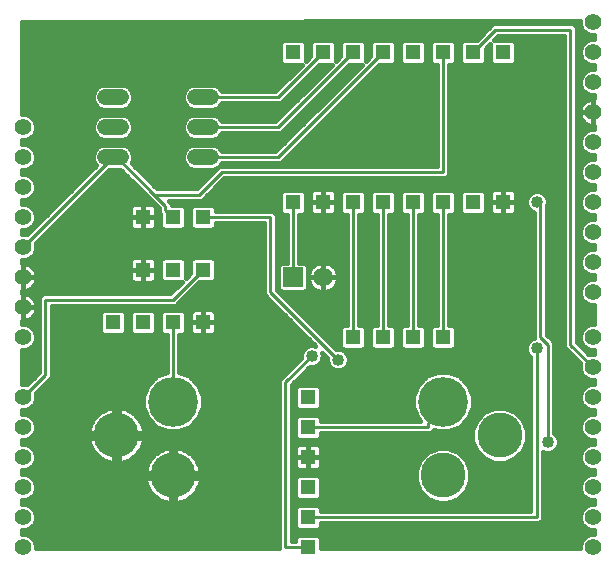
<source format=gbl>
G75*
%MOIN*%
%OFA0B0*%
%FSLAX25Y25*%
%IPPOS*%
%LPD*%
%AMOC8*
5,1,8,0,0,1.08239X$1,22.5*
%
%ADD10C,0.05543*%
%ADD11R,0.05150X0.05150*%
%ADD12C,0.16598*%
%ADD13C,0.15024*%
%ADD14C,0.06500*%
%ADD15R,0.06500X0.06500*%
%ADD16C,0.05200*%
%ADD17C,0.01000*%
%ADD18C,0.01600*%
%ADD19C,0.05315*%
%ADD20C,0.04000*%
D10*
X0011800Y0011800D03*
X0011800Y0021800D03*
X0011800Y0031800D03*
X0011800Y0041800D03*
X0011800Y0051800D03*
X0011800Y0061800D03*
X0011800Y0081800D03*
X0011800Y0091800D03*
X0011800Y0101800D03*
X0011800Y0111800D03*
X0011800Y0121800D03*
X0011800Y0131800D03*
X0011800Y0141800D03*
X0011800Y0151800D03*
X0201800Y0146800D03*
X0201800Y0136800D03*
X0201800Y0126800D03*
X0201800Y0116800D03*
X0201800Y0106800D03*
X0201800Y0096800D03*
X0201800Y0081800D03*
X0201800Y0071800D03*
X0201800Y0061800D03*
X0201800Y0051800D03*
X0201800Y0041800D03*
X0201800Y0031800D03*
X0201800Y0021800D03*
X0201800Y0011800D03*
X0201800Y0156800D03*
X0201800Y0166800D03*
X0201800Y0176800D03*
X0201800Y0186800D03*
D11*
X0171800Y0176800D03*
X0161800Y0176800D03*
X0151800Y0176800D03*
X0141800Y0176800D03*
X0131800Y0176800D03*
X0121800Y0176800D03*
X0111800Y0176800D03*
X0101800Y0176800D03*
X0101800Y0126800D03*
X0111800Y0126800D03*
X0121800Y0126800D03*
X0131800Y0126800D03*
X0141800Y0126800D03*
X0151800Y0126800D03*
X0161800Y0126800D03*
X0171800Y0126800D03*
X0151800Y0081800D03*
X0141800Y0081800D03*
X0131800Y0081800D03*
X0121800Y0081800D03*
X0106800Y0061800D03*
X0106800Y0051800D03*
X0106800Y0041800D03*
X0106800Y0031800D03*
X0106800Y0021800D03*
X0106800Y0011800D03*
X0071800Y0086800D03*
X0061800Y0086800D03*
X0051800Y0086800D03*
X0041800Y0086800D03*
X0051800Y0104300D03*
X0061800Y0104300D03*
X0071800Y0104300D03*
X0071800Y0121800D03*
X0061800Y0121800D03*
X0051800Y0121800D03*
D12*
X0061800Y0060343D03*
X0151800Y0060343D03*
D13*
X0170698Y0049123D03*
X0151800Y0035737D03*
X0061800Y0035737D03*
X0042902Y0049123D03*
D14*
X0111800Y0101800D03*
D15*
X0101800Y0101800D03*
D16*
X0074400Y0141800D02*
X0069200Y0141800D01*
X0069200Y0151800D02*
X0074400Y0151800D01*
X0074400Y0161800D02*
X0069200Y0161800D01*
X0044400Y0161800D02*
X0039200Y0161800D01*
X0039200Y0151800D02*
X0044400Y0151800D01*
X0044400Y0141800D02*
X0039200Y0141800D01*
D17*
X0041800Y0141800D02*
X0043050Y0141800D01*
X0055550Y0129300D01*
X0070550Y0129300D01*
X0078050Y0136800D01*
X0151800Y0136800D01*
X0151800Y0176800D01*
X0161800Y0176800D02*
X0169300Y0184300D01*
X0194300Y0184300D01*
X0194300Y0079300D01*
X0201800Y0071800D01*
X0186800Y0079300D02*
X0186800Y0046800D01*
X0183050Y0021800D02*
X0183050Y0078050D01*
X0186800Y0079300D02*
X0184300Y0081800D01*
X0184300Y0125550D01*
X0183050Y0126800D01*
X0151800Y0126800D02*
X0151800Y0081800D01*
X0141800Y0081800D02*
X0141800Y0126800D01*
X0131800Y0126800D02*
X0131800Y0081800D01*
X0121800Y0081800D02*
X0121800Y0126800D01*
X0101800Y0126800D02*
X0101800Y0101800D01*
X0094300Y0096800D02*
X0116800Y0074300D01*
X0108050Y0075550D02*
X0099300Y0066800D01*
X0099300Y0011800D01*
X0106800Y0011800D01*
X0106800Y0021800D02*
X0183050Y0021800D01*
X0146800Y0051800D02*
X0146800Y0053050D01*
X0151800Y0058050D01*
X0151800Y0060343D01*
X0146800Y0051800D02*
X0106800Y0051800D01*
X0061800Y0060343D02*
X0061800Y0086800D01*
X0061800Y0094300D02*
X0019300Y0094300D01*
X0019300Y0069300D01*
X0011800Y0061800D01*
X0061800Y0094300D02*
X0071800Y0104300D01*
X0071800Y0121800D02*
X0094300Y0121800D01*
X0094300Y0096800D01*
X0061800Y0121800D02*
X0059300Y0124300D01*
X0059300Y0125550D01*
X0055550Y0129300D01*
X0041800Y0141800D02*
X0011800Y0111800D01*
X0071800Y0141800D02*
X0096800Y0141800D01*
X0131800Y0176800D01*
X0121800Y0176800D02*
X0096800Y0151800D01*
X0071800Y0151800D01*
X0071800Y0161800D02*
X0096800Y0161800D01*
X0111800Y0176800D01*
D18*
X0115975Y0176986D02*
X0117625Y0176986D01*
X0117625Y0175595D02*
X0115975Y0173945D01*
X0115975Y0180038D01*
X0115038Y0180975D01*
X0108562Y0180975D01*
X0107625Y0180038D01*
X0107625Y0175595D01*
X0105975Y0173945D01*
X0105975Y0180038D01*
X0105038Y0180975D01*
X0098562Y0180975D01*
X0097625Y0180038D01*
X0097625Y0173562D01*
X0098562Y0172625D01*
X0104655Y0172625D01*
X0095930Y0163900D01*
X0078076Y0163900D01*
X0077961Y0164179D01*
X0076779Y0165361D01*
X0075235Y0166000D01*
X0068365Y0166000D01*
X0066821Y0165361D01*
X0065639Y0164179D01*
X0065000Y0162635D01*
X0065000Y0160965D01*
X0065639Y0159421D01*
X0066821Y0158239D01*
X0068365Y0157600D01*
X0075235Y0157600D01*
X0076779Y0158239D01*
X0077961Y0159421D01*
X0078076Y0159700D01*
X0097670Y0159700D01*
X0098900Y0160930D01*
X0110595Y0172625D01*
X0114655Y0172625D01*
X0095930Y0153900D01*
X0078076Y0153900D01*
X0077961Y0154179D01*
X0076779Y0155361D01*
X0075235Y0156000D01*
X0068365Y0156000D01*
X0066821Y0155361D01*
X0065639Y0154179D01*
X0065000Y0152635D01*
X0065000Y0150965D01*
X0065639Y0149421D01*
X0066821Y0148239D01*
X0068365Y0147600D01*
X0075235Y0147600D01*
X0076779Y0148239D01*
X0077961Y0149421D01*
X0078076Y0149700D01*
X0097670Y0149700D01*
X0098900Y0150930D01*
X0120595Y0172625D01*
X0124655Y0172625D01*
X0095930Y0143900D01*
X0078076Y0143900D01*
X0077961Y0144179D01*
X0076779Y0145361D01*
X0075235Y0146000D01*
X0068365Y0146000D01*
X0066821Y0145361D01*
X0065639Y0144179D01*
X0065000Y0142635D01*
X0065000Y0140965D01*
X0065639Y0139421D01*
X0066821Y0138239D01*
X0068365Y0137600D01*
X0075235Y0137600D01*
X0076336Y0138056D01*
X0069680Y0131400D01*
X0056420Y0131400D01*
X0048089Y0139731D01*
X0048600Y0140965D01*
X0048600Y0142635D01*
X0047961Y0144179D01*
X0046779Y0145361D01*
X0045235Y0146000D01*
X0038365Y0146000D01*
X0036821Y0145361D01*
X0035639Y0144179D01*
X0035000Y0142635D01*
X0035000Y0140965D01*
X0035639Y0139421D01*
X0036045Y0139015D01*
X0013046Y0116016D01*
X0012670Y0116172D01*
X0011600Y0116172D01*
X0011600Y0117428D01*
X0012670Y0117428D01*
X0014276Y0118094D01*
X0015506Y0119324D01*
X0016172Y0120930D01*
X0016172Y0122670D01*
X0015506Y0124276D01*
X0014276Y0125506D01*
X0012670Y0126172D01*
X0011600Y0126172D01*
X0011600Y0127428D01*
X0012670Y0127428D01*
X0014276Y0128094D01*
X0015506Y0129324D01*
X0016172Y0130930D01*
X0016172Y0132670D01*
X0015506Y0134276D01*
X0014276Y0135506D01*
X0012670Y0136172D01*
X0011600Y0136172D01*
X0011600Y0137428D01*
X0012670Y0137428D01*
X0014276Y0138094D01*
X0015506Y0139324D01*
X0016172Y0140930D01*
X0016172Y0142670D01*
X0015506Y0144276D01*
X0014276Y0145506D01*
X0012670Y0146172D01*
X0011600Y0146172D01*
X0011600Y0147428D01*
X0012670Y0147428D01*
X0014276Y0148094D01*
X0015506Y0149324D01*
X0016172Y0150930D01*
X0016172Y0152670D01*
X0015506Y0154276D01*
X0014276Y0155506D01*
X0012670Y0156172D01*
X0011600Y0156172D01*
X0011600Y0186967D01*
X0197428Y0187227D01*
X0197428Y0185930D01*
X0198094Y0184324D01*
X0199324Y0183094D01*
X0200930Y0182428D01*
X0202231Y0182428D01*
X0202230Y0181172D01*
X0200930Y0181172D01*
X0199324Y0180506D01*
X0198094Y0179276D01*
X0197428Y0177670D01*
X0197428Y0175930D01*
X0198094Y0174324D01*
X0199324Y0173094D01*
X0200930Y0172428D01*
X0202221Y0172428D01*
X0202219Y0171172D01*
X0200930Y0171172D01*
X0199324Y0170506D01*
X0198094Y0169276D01*
X0197428Y0167670D01*
X0197428Y0165930D01*
X0198094Y0164324D01*
X0199324Y0163094D01*
X0200930Y0162428D01*
X0202210Y0162428D01*
X0202209Y0161364D01*
X0202160Y0161372D01*
X0201886Y0161372D01*
X0201886Y0156886D01*
X0201714Y0156886D01*
X0201714Y0161372D01*
X0201440Y0161372D01*
X0200729Y0161259D01*
X0200045Y0161037D01*
X0199404Y0160710D01*
X0198822Y0160287D01*
X0198313Y0159778D01*
X0197890Y0159196D01*
X0197563Y0158555D01*
X0197341Y0157871D01*
X0197228Y0157160D01*
X0197228Y0156886D01*
X0201714Y0156886D01*
X0201714Y0156714D01*
X0201886Y0156714D01*
X0201886Y0152228D01*
X0202160Y0152228D01*
X0202200Y0152235D01*
X0202199Y0151172D01*
X0200930Y0151172D01*
X0199324Y0150506D01*
X0198094Y0149276D01*
X0197428Y0147670D01*
X0197428Y0145930D01*
X0198094Y0144324D01*
X0199324Y0143094D01*
X0200930Y0142428D01*
X0202190Y0142428D01*
X0202189Y0141172D01*
X0200930Y0141172D01*
X0199324Y0140506D01*
X0198094Y0139276D01*
X0197428Y0137670D01*
X0197428Y0135930D01*
X0198094Y0134324D01*
X0199324Y0133094D01*
X0200930Y0132428D01*
X0202180Y0132428D01*
X0202178Y0131172D01*
X0200930Y0131172D01*
X0199324Y0130506D01*
X0198094Y0129276D01*
X0197428Y0127670D01*
X0197428Y0125930D01*
X0198094Y0124324D01*
X0199324Y0123094D01*
X0200930Y0122428D01*
X0202169Y0122428D01*
X0202168Y0121172D01*
X0200930Y0121172D01*
X0199324Y0120506D01*
X0198094Y0119276D01*
X0197428Y0117670D01*
X0197428Y0115930D01*
X0198094Y0114324D01*
X0199324Y0113094D01*
X0200930Y0112428D01*
X0202159Y0112428D01*
X0202158Y0111172D01*
X0200930Y0111172D01*
X0199324Y0110506D01*
X0198094Y0109276D01*
X0197428Y0107670D01*
X0197428Y0105930D01*
X0198094Y0104324D01*
X0199324Y0103094D01*
X0200930Y0102428D01*
X0202149Y0102428D01*
X0202148Y0101172D01*
X0200930Y0101172D01*
X0199324Y0100506D01*
X0198094Y0099276D01*
X0197428Y0097670D01*
X0197428Y0095930D01*
X0198094Y0094324D01*
X0199324Y0093094D01*
X0200930Y0092428D01*
X0202139Y0092428D01*
X0202132Y0086172D01*
X0200930Y0086172D01*
X0199324Y0085506D01*
X0198094Y0084276D01*
X0197428Y0082670D01*
X0197428Y0080930D01*
X0198094Y0079324D01*
X0199324Y0078094D01*
X0200930Y0077428D01*
X0202123Y0077428D01*
X0202122Y0076172D01*
X0200930Y0076172D01*
X0200554Y0076016D01*
X0196400Y0080170D01*
X0196400Y0185170D01*
X0195170Y0186400D01*
X0168430Y0186400D01*
X0167200Y0185170D01*
X0163005Y0180975D01*
X0158562Y0180975D01*
X0157625Y0180038D01*
X0157625Y0173562D01*
X0158562Y0172625D01*
X0165038Y0172625D01*
X0165975Y0173562D01*
X0165975Y0178005D01*
X0167625Y0179655D01*
X0167625Y0173562D01*
X0168562Y0172625D01*
X0175038Y0172625D01*
X0175975Y0173562D01*
X0175975Y0180038D01*
X0175038Y0180975D01*
X0168945Y0180975D01*
X0170170Y0182200D01*
X0192200Y0182200D01*
X0192200Y0078430D01*
X0197584Y0073046D01*
X0197428Y0072670D01*
X0197428Y0070930D01*
X0198094Y0069324D01*
X0199324Y0068094D01*
X0200930Y0067428D01*
X0202113Y0067428D01*
X0202112Y0066172D01*
X0200930Y0066172D01*
X0199324Y0065506D01*
X0198094Y0064276D01*
X0197428Y0062670D01*
X0197428Y0060930D01*
X0198094Y0059324D01*
X0199324Y0058094D01*
X0200930Y0057428D01*
X0202103Y0057428D01*
X0202102Y0056172D01*
X0200930Y0056172D01*
X0199324Y0055506D01*
X0198094Y0054276D01*
X0197428Y0052670D01*
X0197428Y0050930D01*
X0198094Y0049324D01*
X0199324Y0048094D01*
X0200930Y0047428D01*
X0202093Y0047428D01*
X0202091Y0046172D01*
X0200930Y0046172D01*
X0199324Y0045506D01*
X0198094Y0044276D01*
X0197428Y0042670D01*
X0197428Y0040930D01*
X0198094Y0039324D01*
X0199324Y0038094D01*
X0200930Y0037428D01*
X0202082Y0037428D01*
X0202081Y0036172D01*
X0200930Y0036172D01*
X0199324Y0035506D01*
X0198094Y0034276D01*
X0197428Y0032670D01*
X0197428Y0030930D01*
X0198094Y0029324D01*
X0199324Y0028094D01*
X0200930Y0027428D01*
X0202072Y0027428D01*
X0202071Y0026172D01*
X0200930Y0026172D01*
X0199324Y0025506D01*
X0198094Y0024276D01*
X0197428Y0022670D01*
X0197428Y0020930D01*
X0198094Y0019324D01*
X0199324Y0018094D01*
X0200930Y0017428D01*
X0202062Y0017428D01*
X0202061Y0016172D01*
X0200930Y0016172D01*
X0199324Y0015506D01*
X0198094Y0014276D01*
X0197428Y0012670D01*
X0197428Y0011448D01*
X0110975Y0011517D01*
X0110975Y0015038D01*
X0110038Y0015975D01*
X0103562Y0015975D01*
X0102625Y0015038D01*
X0102625Y0013900D01*
X0101400Y0013900D01*
X0101400Y0065930D01*
X0107420Y0071950D01*
X0108766Y0071950D01*
X0110089Y0072498D01*
X0111102Y0073511D01*
X0111650Y0074834D01*
X0111650Y0076266D01*
X0111499Y0076632D01*
X0113200Y0074930D01*
X0113200Y0073584D01*
X0113748Y0072261D01*
X0114761Y0071248D01*
X0116084Y0070700D01*
X0117516Y0070700D01*
X0118839Y0071248D01*
X0119852Y0072261D01*
X0120400Y0073584D01*
X0120400Y0075016D01*
X0119852Y0076339D01*
X0118839Y0077352D01*
X0117516Y0077900D01*
X0116170Y0077900D01*
X0096400Y0097670D01*
X0096400Y0122670D01*
X0095170Y0123900D01*
X0075975Y0123900D01*
X0075975Y0125038D01*
X0075038Y0125975D01*
X0068562Y0125975D01*
X0067625Y0125038D01*
X0067625Y0118562D01*
X0068562Y0117625D01*
X0075038Y0117625D01*
X0075975Y0118562D01*
X0075975Y0119700D01*
X0092200Y0119700D01*
X0092200Y0095930D01*
X0109132Y0078999D01*
X0108766Y0079150D01*
X0107334Y0079150D01*
X0106011Y0078602D01*
X0104998Y0077589D01*
X0104450Y0076266D01*
X0104450Y0074920D01*
X0097200Y0067670D01*
X0097200Y0011528D01*
X0016172Y0011592D01*
X0016172Y0012670D01*
X0015506Y0014276D01*
X0014276Y0015506D01*
X0012670Y0016172D01*
X0011600Y0016172D01*
X0011600Y0017428D01*
X0012670Y0017428D01*
X0014276Y0018094D01*
X0015506Y0019324D01*
X0016172Y0020930D01*
X0016172Y0022670D01*
X0015506Y0024276D01*
X0014276Y0025506D01*
X0012670Y0026172D01*
X0011600Y0026172D01*
X0011600Y0027428D01*
X0012670Y0027428D01*
X0014276Y0028094D01*
X0015506Y0029324D01*
X0016172Y0030930D01*
X0016172Y0032670D01*
X0015506Y0034276D01*
X0014276Y0035506D01*
X0012670Y0036172D01*
X0011600Y0036172D01*
X0011600Y0037428D01*
X0012670Y0037428D01*
X0014276Y0038094D01*
X0015506Y0039324D01*
X0016172Y0040930D01*
X0016172Y0042670D01*
X0015506Y0044276D01*
X0014276Y0045506D01*
X0012670Y0046172D01*
X0011600Y0046172D01*
X0011600Y0047428D01*
X0012670Y0047428D01*
X0014276Y0048094D01*
X0015506Y0049324D01*
X0016172Y0050930D01*
X0016172Y0052670D01*
X0015506Y0054276D01*
X0014276Y0055506D01*
X0012670Y0056172D01*
X0011600Y0056172D01*
X0011600Y0057428D01*
X0012670Y0057428D01*
X0014276Y0058094D01*
X0015506Y0059324D01*
X0016172Y0060930D01*
X0016172Y0062670D01*
X0016016Y0063046D01*
X0021400Y0068430D01*
X0021400Y0092200D01*
X0062670Y0092200D01*
X0063900Y0093430D01*
X0070595Y0100125D01*
X0075038Y0100125D01*
X0075975Y0101062D01*
X0075975Y0107538D01*
X0075038Y0108475D01*
X0068562Y0108475D01*
X0067625Y0107538D01*
X0067625Y0103095D01*
X0065975Y0101445D01*
X0065975Y0107538D01*
X0065038Y0108475D01*
X0058562Y0108475D01*
X0057625Y0107538D01*
X0057625Y0101062D01*
X0058562Y0100125D01*
X0064655Y0100125D01*
X0060930Y0096400D01*
X0018430Y0096400D01*
X0017200Y0095170D01*
X0017200Y0070170D01*
X0013046Y0066016D01*
X0012670Y0066172D01*
X0011600Y0066172D01*
X0011600Y0077428D01*
X0012670Y0077428D01*
X0014276Y0078094D01*
X0015506Y0079324D01*
X0016172Y0080930D01*
X0016172Y0082670D01*
X0015506Y0084276D01*
X0014276Y0085506D01*
X0012670Y0086172D01*
X0011600Y0086172D01*
X0011600Y0087228D01*
X0011714Y0087228D01*
X0011714Y0091714D01*
X0011886Y0091714D01*
X0011886Y0091886D01*
X0011714Y0091886D01*
X0011714Y0096372D01*
X0011600Y0096372D01*
X0011600Y0097228D01*
X0011714Y0097228D01*
X0011714Y0101714D01*
X0011886Y0101714D01*
X0011886Y0101886D01*
X0011714Y0101886D01*
X0011714Y0106372D01*
X0011600Y0106372D01*
X0011600Y0107428D01*
X0012670Y0107428D01*
X0014276Y0108094D01*
X0015506Y0109324D01*
X0016172Y0110930D01*
X0016172Y0112670D01*
X0016016Y0113046D01*
X0040570Y0137600D01*
X0044280Y0137600D01*
X0053450Y0128430D01*
X0054680Y0127200D01*
X0057200Y0124680D01*
X0057200Y0123430D01*
X0057625Y0123005D01*
X0057625Y0118562D01*
X0058562Y0117625D01*
X0065038Y0117625D01*
X0065975Y0118562D01*
X0065975Y0125038D01*
X0065038Y0125975D01*
X0061400Y0125975D01*
X0061400Y0126420D01*
X0060620Y0127200D01*
X0071420Y0127200D01*
X0072650Y0128430D01*
X0078920Y0134700D01*
X0152670Y0134700D01*
X0153900Y0135930D01*
X0153900Y0172625D01*
X0155038Y0172625D01*
X0155975Y0173562D01*
X0155975Y0180038D01*
X0155038Y0180975D01*
X0148562Y0180975D01*
X0147625Y0180038D01*
X0147625Y0173562D01*
X0148562Y0172625D01*
X0149700Y0172625D01*
X0149700Y0138900D01*
X0077440Y0138900D01*
X0077961Y0139421D01*
X0078076Y0139700D01*
X0097670Y0139700D01*
X0098900Y0140930D01*
X0130595Y0172625D01*
X0135038Y0172625D01*
X0135975Y0173562D01*
X0135975Y0180038D01*
X0135038Y0180975D01*
X0128562Y0180975D01*
X0127625Y0180038D01*
X0127625Y0175595D01*
X0125975Y0173945D01*
X0125975Y0180038D01*
X0125038Y0180975D01*
X0118562Y0180975D01*
X0117625Y0180038D01*
X0117625Y0175595D01*
X0117417Y0175387D02*
X0115975Y0175387D01*
X0115975Y0178584D02*
X0117625Y0178584D01*
X0117770Y0180183D02*
X0115830Y0180183D01*
X0107770Y0180183D02*
X0105830Y0180183D01*
X0105975Y0178584D02*
X0107625Y0178584D01*
X0107625Y0176986D02*
X0105975Y0176986D01*
X0105975Y0175387D02*
X0107417Y0175387D01*
X0110160Y0172190D02*
X0114220Y0172190D01*
X0112622Y0170592D02*
X0108561Y0170592D01*
X0106963Y0168993D02*
X0111023Y0168993D01*
X0109425Y0167395D02*
X0105364Y0167395D01*
X0103766Y0165796D02*
X0107826Y0165796D01*
X0106228Y0164198D02*
X0102167Y0164198D01*
X0100569Y0162599D02*
X0104629Y0162599D01*
X0103031Y0161001D02*
X0098970Y0161001D01*
X0101432Y0159402D02*
X0077942Y0159402D01*
X0075727Y0157803D02*
X0099834Y0157803D01*
X0098235Y0156205D02*
X0011600Y0156205D01*
X0011600Y0157803D02*
X0037873Y0157803D01*
X0038365Y0157600D02*
X0036821Y0158239D01*
X0035639Y0159421D01*
X0035000Y0160965D01*
X0035000Y0162635D01*
X0035639Y0164179D01*
X0036821Y0165361D01*
X0038365Y0166000D01*
X0045235Y0166000D01*
X0046779Y0165361D01*
X0047961Y0164179D01*
X0048600Y0162635D01*
X0048600Y0160965D01*
X0047961Y0159421D01*
X0046779Y0158239D01*
X0045235Y0157600D01*
X0038365Y0157600D01*
X0038365Y0156000D02*
X0036821Y0155361D01*
X0035639Y0154179D01*
X0035000Y0152635D01*
X0035000Y0150965D01*
X0035639Y0149421D01*
X0036821Y0148239D01*
X0038365Y0147600D01*
X0045235Y0147600D01*
X0046779Y0148239D01*
X0047961Y0149421D01*
X0048600Y0150965D01*
X0048600Y0152635D01*
X0047961Y0154179D01*
X0046779Y0155361D01*
X0045235Y0156000D01*
X0038365Y0156000D01*
X0036067Y0154606D02*
X0015176Y0154606D01*
X0016031Y0153008D02*
X0035154Y0153008D01*
X0035000Y0151409D02*
X0016172Y0151409D01*
X0015708Y0149811D02*
X0035478Y0149811D01*
X0036886Y0148212D02*
X0014395Y0148212D01*
X0014767Y0145015D02*
X0036476Y0145015D01*
X0035324Y0143417D02*
X0015862Y0143417D01*
X0016172Y0141818D02*
X0035000Y0141818D01*
X0035308Y0140220D02*
X0015877Y0140220D01*
X0014804Y0138621D02*
X0035652Y0138621D01*
X0034053Y0137023D02*
X0011600Y0137023D01*
X0014358Y0135424D02*
X0032455Y0135424D01*
X0030856Y0133826D02*
X0015693Y0133826D01*
X0016172Y0132227D02*
X0029257Y0132227D01*
X0027659Y0130629D02*
X0016047Y0130629D01*
X0015213Y0129030D02*
X0026060Y0129030D01*
X0024462Y0127432D02*
X0012678Y0127432D01*
X0013486Y0125833D02*
X0022863Y0125833D01*
X0021265Y0124235D02*
X0015523Y0124235D01*
X0016172Y0122636D02*
X0019666Y0122636D01*
X0018068Y0121038D02*
X0016172Y0121038D01*
X0016469Y0119439D02*
X0015554Y0119439D01*
X0014871Y0117841D02*
X0013665Y0117841D01*
X0013272Y0116242D02*
X0011600Y0116242D01*
X0016016Y0113045D02*
X0092200Y0113045D01*
X0092200Y0111447D02*
X0016172Y0111447D01*
X0015723Y0109848D02*
X0092200Y0109848D01*
X0092200Y0108250D02*
X0075263Y0108250D01*
X0075975Y0106651D02*
X0092200Y0106651D01*
X0092200Y0105053D02*
X0075975Y0105053D01*
X0075975Y0103454D02*
X0092200Y0103454D01*
X0092200Y0101856D02*
X0075975Y0101856D01*
X0075169Y0100257D02*
X0092200Y0100257D01*
X0092200Y0098659D02*
X0069128Y0098659D01*
X0067530Y0097060D02*
X0092200Y0097060D01*
X0092669Y0095462D02*
X0065931Y0095462D01*
X0064333Y0093863D02*
X0094267Y0093863D01*
X0095866Y0092265D02*
X0062734Y0092265D01*
X0065038Y0090975D02*
X0065975Y0090038D01*
X0065975Y0083562D01*
X0065038Y0082625D01*
X0063900Y0082625D01*
X0063900Y0070188D01*
X0067407Y0068735D01*
X0070192Y0065951D01*
X0071699Y0062312D01*
X0071699Y0058374D01*
X0070192Y0054736D01*
X0067407Y0051951D01*
X0063769Y0050444D01*
X0059831Y0050444D01*
X0056193Y0051951D01*
X0053408Y0054736D01*
X0051901Y0058374D01*
X0051901Y0062312D01*
X0053408Y0065951D01*
X0056193Y0068735D01*
X0059700Y0070188D01*
X0059700Y0082625D01*
X0058562Y0082625D01*
X0057625Y0083562D01*
X0057625Y0090038D01*
X0058562Y0090975D01*
X0065038Y0090975D01*
X0065346Y0090666D02*
X0067971Y0090666D01*
X0068120Y0090815D02*
X0067785Y0090480D01*
X0067548Y0090070D01*
X0067425Y0089612D01*
X0067425Y0086800D01*
X0071800Y0086800D01*
X0071800Y0086800D01*
X0071800Y0091175D01*
X0068988Y0091175D01*
X0068530Y0091052D01*
X0068120Y0090815D01*
X0067425Y0089068D02*
X0065975Y0089068D01*
X0065975Y0087469D02*
X0067425Y0087469D01*
X0067425Y0086800D02*
X0067425Y0083988D01*
X0067548Y0083530D01*
X0067785Y0083120D01*
X0068120Y0082785D01*
X0068530Y0082548D01*
X0068988Y0082425D01*
X0071800Y0082425D01*
X0074612Y0082425D01*
X0075070Y0082548D01*
X0075480Y0082785D01*
X0075815Y0083120D01*
X0076052Y0083530D01*
X0076175Y0083988D01*
X0076175Y0086800D01*
X0076175Y0089612D01*
X0076052Y0090070D01*
X0075815Y0090480D01*
X0075480Y0090815D01*
X0075070Y0091052D01*
X0074612Y0091175D01*
X0071800Y0091175D01*
X0071800Y0086800D01*
X0076175Y0086800D01*
X0071800Y0086800D01*
X0071800Y0086800D01*
X0071800Y0082425D01*
X0071800Y0086800D01*
X0071800Y0086800D01*
X0071800Y0086800D01*
X0067425Y0086800D01*
X0067425Y0085870D02*
X0065975Y0085870D01*
X0065975Y0084272D02*
X0067425Y0084272D01*
X0068313Y0082673D02*
X0065086Y0082673D01*
X0063900Y0081075D02*
X0107055Y0081075D01*
X0105457Y0082673D02*
X0075287Y0082673D01*
X0076175Y0084272D02*
X0103858Y0084272D01*
X0102260Y0085870D02*
X0076175Y0085870D01*
X0076175Y0087469D02*
X0100661Y0087469D01*
X0099063Y0089068D02*
X0076175Y0089068D01*
X0075629Y0090666D02*
X0097464Y0090666D01*
X0100207Y0093863D02*
X0119700Y0093863D01*
X0119700Y0092265D02*
X0101805Y0092265D01*
X0103404Y0090666D02*
X0119700Y0090666D01*
X0119700Y0089068D02*
X0105002Y0089068D01*
X0106601Y0087469D02*
X0119700Y0087469D01*
X0119700Y0085975D02*
X0118562Y0085975D01*
X0117625Y0085038D01*
X0117625Y0078562D01*
X0118562Y0077625D01*
X0125038Y0077625D01*
X0125975Y0078562D01*
X0125975Y0085038D01*
X0125038Y0085975D01*
X0123900Y0085975D01*
X0123900Y0122625D01*
X0125038Y0122625D01*
X0125975Y0123562D01*
X0125975Y0130038D01*
X0125038Y0130975D01*
X0118562Y0130975D01*
X0117625Y0130038D01*
X0117625Y0123562D01*
X0118562Y0122625D01*
X0119700Y0122625D01*
X0119700Y0085975D01*
X0118458Y0085870D02*
X0108199Y0085870D01*
X0109798Y0084272D02*
X0117625Y0084272D01*
X0117625Y0082673D02*
X0111396Y0082673D01*
X0112995Y0081075D02*
X0117625Y0081075D01*
X0117625Y0079476D02*
X0114593Y0079476D01*
X0117569Y0077878D02*
X0118310Y0077878D01*
X0119877Y0076279D02*
X0179887Y0076279D01*
X0179998Y0076011D02*
X0180950Y0075059D01*
X0180950Y0023900D01*
X0110975Y0023900D01*
X0110975Y0025038D01*
X0110038Y0025975D01*
X0103562Y0025975D01*
X0102625Y0025038D01*
X0102625Y0018562D01*
X0103562Y0017625D01*
X0110038Y0017625D01*
X0110975Y0018562D01*
X0110975Y0019700D01*
X0183920Y0019700D01*
X0185150Y0020930D01*
X0185150Y0043587D01*
X0186084Y0043200D01*
X0187516Y0043200D01*
X0188839Y0043748D01*
X0189852Y0044761D01*
X0190400Y0046084D01*
X0190400Y0047516D01*
X0189852Y0048839D01*
X0188900Y0049791D01*
X0188900Y0080170D01*
X0187670Y0081400D01*
X0187670Y0081400D01*
X0186400Y0082670D01*
X0186400Y0125480D01*
X0186650Y0126084D01*
X0186650Y0127516D01*
X0186102Y0128839D01*
X0185089Y0129852D01*
X0183766Y0130400D01*
X0182334Y0130400D01*
X0181011Y0129852D01*
X0179998Y0128839D01*
X0179450Y0127516D01*
X0179450Y0126084D01*
X0179998Y0124761D01*
X0181011Y0123748D01*
X0182200Y0123255D01*
X0182200Y0081595D01*
X0181011Y0081102D01*
X0179998Y0080089D01*
X0179450Y0078766D01*
X0179450Y0077334D01*
X0179998Y0076011D01*
X0180950Y0074681D02*
X0120400Y0074681D01*
X0120192Y0073082D02*
X0180950Y0073082D01*
X0180950Y0071484D02*
X0119075Y0071484D01*
X0114525Y0071484D02*
X0106954Y0071484D01*
X0105355Y0069885D02*
X0148969Y0069885D01*
X0149831Y0070243D02*
X0146193Y0068735D01*
X0143408Y0065951D01*
X0141901Y0062312D01*
X0141901Y0058374D01*
X0143408Y0054736D01*
X0144244Y0053900D01*
X0110975Y0053900D01*
X0110975Y0055038D01*
X0110038Y0055975D01*
X0103562Y0055975D01*
X0102625Y0055038D01*
X0102625Y0048562D01*
X0103562Y0047625D01*
X0110038Y0047625D01*
X0110975Y0048562D01*
X0110975Y0049700D01*
X0147670Y0049700D01*
X0148829Y0050859D01*
X0149831Y0050444D01*
X0153769Y0050444D01*
X0157407Y0051951D01*
X0160192Y0054736D01*
X0161699Y0058374D01*
X0161699Y0062312D01*
X0160192Y0065951D01*
X0157407Y0068735D01*
X0153769Y0070243D01*
X0149831Y0070243D01*
X0145744Y0068287D02*
X0103757Y0068287D01*
X0102158Y0066688D02*
X0144145Y0066688D01*
X0143051Y0065090D02*
X0110922Y0065090D01*
X0110975Y0065038D02*
X0110038Y0065975D01*
X0103562Y0065975D01*
X0102625Y0065038D01*
X0102625Y0058562D01*
X0103562Y0057625D01*
X0110038Y0057625D01*
X0110975Y0058562D01*
X0110975Y0065038D01*
X0110975Y0063491D02*
X0142389Y0063491D01*
X0141901Y0061893D02*
X0110975Y0061893D01*
X0110975Y0060294D02*
X0141901Y0060294D01*
X0141901Y0058696D02*
X0110975Y0058696D01*
X0110514Y0055499D02*
X0143092Y0055499D01*
X0142430Y0057097D02*
X0101400Y0057097D01*
X0101400Y0055499D02*
X0103086Y0055499D01*
X0102625Y0053900D02*
X0101400Y0053900D01*
X0101400Y0052302D02*
X0102625Y0052302D01*
X0102625Y0050703D02*
X0101400Y0050703D01*
X0101400Y0049105D02*
X0102625Y0049105D01*
X0101400Y0047506D02*
X0161586Y0047506D01*
X0161586Y0047310D02*
X0162973Y0043961D01*
X0165536Y0041398D01*
X0168885Y0040011D01*
X0172510Y0040011D01*
X0175859Y0041398D01*
X0178422Y0043961D01*
X0179809Y0047310D01*
X0179809Y0050935D01*
X0178422Y0054284D01*
X0175859Y0056847D01*
X0172510Y0058235D01*
X0168885Y0058235D01*
X0165536Y0056847D01*
X0162973Y0054284D01*
X0161586Y0050935D01*
X0161586Y0047310D01*
X0162167Y0045908D02*
X0110320Y0045908D01*
X0110480Y0045815D02*
X0110070Y0046052D01*
X0109612Y0046175D01*
X0106800Y0046175D01*
X0106800Y0041800D01*
X0106800Y0041800D01*
X0111175Y0041800D01*
X0111175Y0044612D01*
X0111052Y0045070D01*
X0110815Y0045480D01*
X0110480Y0045815D01*
X0111175Y0044309D02*
X0148685Y0044309D01*
X0149988Y0044849D02*
X0146639Y0043462D01*
X0144075Y0040898D01*
X0142688Y0037549D01*
X0142688Y0033925D01*
X0144075Y0030576D01*
X0146639Y0028012D01*
X0149988Y0026625D01*
X0153612Y0026625D01*
X0156961Y0028012D01*
X0159525Y0030576D01*
X0160912Y0033925D01*
X0160912Y0037549D01*
X0159525Y0040898D01*
X0156961Y0043462D01*
X0153612Y0044849D01*
X0149988Y0044849D01*
X0145888Y0042711D02*
X0111175Y0042711D01*
X0111175Y0041800D02*
X0106800Y0041800D01*
X0106800Y0041800D01*
X0106800Y0037425D01*
X0109612Y0037425D01*
X0110070Y0037548D01*
X0110480Y0037785D01*
X0110815Y0038120D01*
X0111052Y0038530D01*
X0111175Y0038988D01*
X0111175Y0041800D01*
X0111175Y0041112D02*
X0144289Y0041112D01*
X0143502Y0039514D02*
X0111175Y0039514D01*
X0110610Y0037915D02*
X0142840Y0037915D01*
X0142688Y0036317D02*
X0101400Y0036317D01*
X0101400Y0037915D02*
X0102990Y0037915D01*
X0103120Y0037785D02*
X0103530Y0037548D01*
X0103988Y0037425D01*
X0106800Y0037425D01*
X0106800Y0041800D01*
X0106800Y0041800D01*
X0106800Y0041800D01*
X0102425Y0041800D01*
X0102425Y0044612D01*
X0102548Y0045070D01*
X0102785Y0045480D01*
X0103120Y0045815D01*
X0103530Y0046052D01*
X0103988Y0046175D01*
X0106800Y0046175D01*
X0106800Y0041800D01*
X0102425Y0041800D01*
X0102425Y0038988D01*
X0102548Y0038530D01*
X0102785Y0038120D01*
X0103120Y0037785D01*
X0102425Y0039514D02*
X0101400Y0039514D01*
X0101400Y0041112D02*
X0102425Y0041112D01*
X0102425Y0042711D02*
X0101400Y0042711D01*
X0101400Y0044309D02*
X0102425Y0044309D01*
X0103280Y0045908D02*
X0101400Y0045908D01*
X0097200Y0045908D02*
X0051643Y0045908D01*
X0051519Y0045554D02*
X0051864Y0046541D01*
X0052097Y0047561D01*
X0052183Y0048323D01*
X0043702Y0048323D01*
X0043702Y0039842D01*
X0044465Y0039928D01*
X0045484Y0040161D01*
X0046471Y0040506D01*
X0047414Y0040960D01*
X0048299Y0041517D01*
X0049117Y0042169D01*
X0049857Y0042908D01*
X0050509Y0043726D01*
X0051065Y0044611D01*
X0051519Y0045554D01*
X0050875Y0044309D02*
X0058139Y0044309D01*
X0058231Y0044354D02*
X0057289Y0043900D01*
X0056403Y0043343D01*
X0055585Y0042691D01*
X0054846Y0041952D01*
X0054194Y0041134D01*
X0053637Y0040248D01*
X0053183Y0039306D01*
X0052838Y0038319D01*
X0052605Y0037299D01*
X0052519Y0036537D01*
X0061000Y0036537D01*
X0061000Y0034937D01*
X0062600Y0034937D01*
X0062600Y0036537D01*
X0071081Y0036537D01*
X0070995Y0037299D01*
X0070762Y0038319D01*
X0070417Y0039306D01*
X0069963Y0040248D01*
X0069406Y0041134D01*
X0068754Y0041952D01*
X0068015Y0042691D01*
X0067197Y0043343D01*
X0066311Y0043900D01*
X0065369Y0044354D01*
X0064382Y0044699D01*
X0063362Y0044932D01*
X0062600Y0045018D01*
X0062600Y0036537D01*
X0061000Y0036537D01*
X0061000Y0045018D01*
X0060238Y0044932D01*
X0059218Y0044699D01*
X0058231Y0044354D01*
X0061000Y0044309D02*
X0062600Y0044309D01*
X0062600Y0042711D02*
X0061000Y0042711D01*
X0061000Y0041112D02*
X0062600Y0041112D01*
X0062600Y0039514D02*
X0061000Y0039514D01*
X0061000Y0037915D02*
X0062600Y0037915D01*
X0062600Y0036317D02*
X0097200Y0036317D01*
X0097200Y0037915D02*
X0070854Y0037915D01*
X0070317Y0039514D02*
X0097200Y0039514D01*
X0097200Y0041112D02*
X0069420Y0041112D01*
X0067990Y0042711D02*
X0097200Y0042711D01*
X0097200Y0044309D02*
X0065461Y0044309D01*
X0064395Y0050703D02*
X0097200Y0050703D01*
X0097200Y0049105D02*
X0043702Y0049105D01*
X0043702Y0048323D02*
X0043702Y0049923D01*
X0042102Y0049923D01*
X0042102Y0048323D01*
X0033622Y0048323D01*
X0033708Y0047561D01*
X0033940Y0046541D01*
X0034286Y0045554D01*
X0034740Y0044611D01*
X0035296Y0043726D01*
X0035948Y0042908D01*
X0036688Y0042169D01*
X0037505Y0041517D01*
X0038391Y0040960D01*
X0039333Y0040506D01*
X0040320Y0040161D01*
X0041340Y0039928D01*
X0042102Y0039842D01*
X0042102Y0048323D01*
X0043702Y0048323D01*
X0043702Y0047506D02*
X0042102Y0047506D01*
X0042102Y0045908D02*
X0043702Y0045908D01*
X0043702Y0044309D02*
X0042102Y0044309D01*
X0042102Y0042711D02*
X0043702Y0042711D01*
X0043702Y0041112D02*
X0042102Y0041112D01*
X0038149Y0041112D02*
X0016172Y0041112D01*
X0016155Y0042711D02*
X0036146Y0042711D01*
X0034930Y0044309D02*
X0015473Y0044309D01*
X0013307Y0045908D02*
X0034162Y0045908D01*
X0033720Y0047506D02*
X0012858Y0047506D01*
X0015287Y0049105D02*
X0042102Y0049105D01*
X0042102Y0049923D02*
X0033622Y0049923D01*
X0033708Y0050685D01*
X0033940Y0051705D01*
X0034286Y0052692D01*
X0034740Y0053634D01*
X0035296Y0054520D01*
X0035948Y0055337D01*
X0036688Y0056077D01*
X0037505Y0056729D01*
X0038391Y0057286D01*
X0039333Y0057739D01*
X0040320Y0058085D01*
X0041340Y0058318D01*
X0042102Y0058403D01*
X0042102Y0049923D01*
X0042102Y0050703D02*
X0043702Y0050703D01*
X0043702Y0049923D02*
X0043702Y0058403D01*
X0044465Y0058318D01*
X0045484Y0058085D01*
X0046471Y0057739D01*
X0047414Y0057286D01*
X0048299Y0056729D01*
X0049117Y0056077D01*
X0049857Y0055337D01*
X0050509Y0054520D01*
X0051065Y0053634D01*
X0051519Y0052692D01*
X0051864Y0051705D01*
X0052097Y0050685D01*
X0052183Y0049923D01*
X0043702Y0049923D01*
X0043702Y0052302D02*
X0042102Y0052302D01*
X0042102Y0053900D02*
X0043702Y0053900D01*
X0043702Y0055499D02*
X0042102Y0055499D01*
X0042102Y0057097D02*
X0043702Y0057097D01*
X0047713Y0057097D02*
X0052430Y0057097D01*
X0051901Y0058696D02*
X0014878Y0058696D01*
X0015908Y0060294D02*
X0051901Y0060294D01*
X0051901Y0061893D02*
X0016172Y0061893D01*
X0016461Y0063491D02*
X0052389Y0063491D01*
X0053051Y0065090D02*
X0018060Y0065090D01*
X0019658Y0066688D02*
X0054145Y0066688D01*
X0055744Y0068287D02*
X0021257Y0068287D01*
X0021400Y0069885D02*
X0058969Y0069885D01*
X0059700Y0071484D02*
X0021400Y0071484D01*
X0021400Y0073082D02*
X0059700Y0073082D01*
X0059700Y0074681D02*
X0021400Y0074681D01*
X0021400Y0076279D02*
X0059700Y0076279D01*
X0059700Y0077878D02*
X0021400Y0077878D01*
X0021400Y0079476D02*
X0059700Y0079476D01*
X0059700Y0081075D02*
X0021400Y0081075D01*
X0021400Y0082673D02*
X0038514Y0082673D01*
X0038562Y0082625D02*
X0045038Y0082625D01*
X0045975Y0083562D01*
X0045975Y0090038D01*
X0045038Y0090975D01*
X0038562Y0090975D01*
X0037625Y0090038D01*
X0037625Y0083562D01*
X0038562Y0082625D01*
X0037625Y0084272D02*
X0021400Y0084272D01*
X0021400Y0085870D02*
X0037625Y0085870D01*
X0037625Y0087469D02*
X0021400Y0087469D01*
X0021400Y0089068D02*
X0037625Y0089068D01*
X0038254Y0090666D02*
X0021400Y0090666D01*
X0017200Y0090666D02*
X0016238Y0090666D01*
X0016259Y0090729D02*
X0016372Y0091440D01*
X0016372Y0091714D01*
X0011886Y0091714D01*
X0011886Y0087228D01*
X0012160Y0087228D01*
X0012871Y0087341D01*
X0013555Y0087563D01*
X0014196Y0087890D01*
X0014778Y0088313D01*
X0015287Y0088822D01*
X0015710Y0089404D01*
X0016037Y0090045D01*
X0016259Y0090729D01*
X0016372Y0091886D02*
X0016372Y0092160D01*
X0016259Y0092871D01*
X0016037Y0093555D01*
X0015710Y0094196D01*
X0015287Y0094778D01*
X0014778Y0095287D01*
X0014196Y0095710D01*
X0013555Y0096037D01*
X0012871Y0096259D01*
X0012160Y0096372D01*
X0011886Y0096372D01*
X0011886Y0091886D01*
X0016372Y0091886D01*
X0016355Y0092265D02*
X0017200Y0092265D01*
X0017200Y0093863D02*
X0015880Y0093863D01*
X0014538Y0095462D02*
X0017492Y0095462D01*
X0014778Y0098313D02*
X0015287Y0098822D01*
X0015710Y0099404D01*
X0016037Y0100045D01*
X0016259Y0100729D01*
X0016372Y0101440D01*
X0016372Y0101714D01*
X0011886Y0101714D01*
X0011886Y0097228D01*
X0012160Y0097228D01*
X0012871Y0097341D01*
X0013555Y0097563D01*
X0014196Y0097890D01*
X0014778Y0098313D01*
X0015124Y0098659D02*
X0063189Y0098659D01*
X0061590Y0097060D02*
X0011600Y0097060D01*
X0011714Y0095462D02*
X0011886Y0095462D01*
X0011886Y0093863D02*
X0011714Y0093863D01*
X0011714Y0092265D02*
X0011886Y0092265D01*
X0011886Y0090666D02*
X0011714Y0090666D01*
X0011714Y0089068D02*
X0011886Y0089068D01*
X0011886Y0087469D02*
X0011714Y0087469D01*
X0013265Y0087469D02*
X0017200Y0087469D01*
X0017200Y0089068D02*
X0015466Y0089068D01*
X0017200Y0085870D02*
X0013397Y0085870D01*
X0015508Y0084272D02*
X0017200Y0084272D01*
X0017200Y0082673D02*
X0016170Y0082673D01*
X0016172Y0081075D02*
X0017200Y0081075D01*
X0017200Y0079476D02*
X0015569Y0079476D01*
X0017200Y0077878D02*
X0013755Y0077878D01*
X0011600Y0076279D02*
X0017200Y0076279D01*
X0017200Y0074681D02*
X0011600Y0074681D01*
X0011600Y0073082D02*
X0017200Y0073082D01*
X0017200Y0071484D02*
X0011600Y0071484D01*
X0011600Y0069885D02*
X0016916Y0069885D01*
X0015317Y0068287D02*
X0011600Y0068287D01*
X0011600Y0066688D02*
X0013719Y0066688D01*
X0011600Y0057097D02*
X0038091Y0057097D01*
X0036109Y0055499D02*
X0014284Y0055499D01*
X0015662Y0053900D02*
X0034907Y0053900D01*
X0034149Y0052302D02*
X0016172Y0052302D01*
X0016078Y0050703D02*
X0033712Y0050703D01*
X0047656Y0041112D02*
X0054180Y0041112D01*
X0053283Y0039514D02*
X0015585Y0039514D01*
X0013845Y0037915D02*
X0052746Y0037915D01*
X0052519Y0034937D02*
X0052605Y0034175D01*
X0052838Y0033155D01*
X0053183Y0032168D01*
X0053637Y0031226D01*
X0054194Y0030340D01*
X0054846Y0029522D01*
X0055585Y0028783D01*
X0056403Y0028131D01*
X0057289Y0027574D01*
X0058231Y0027120D01*
X0059218Y0026775D01*
X0060238Y0026542D01*
X0061000Y0026456D01*
X0061000Y0034937D01*
X0052519Y0034937D01*
X0052544Y0034718D02*
X0015064Y0034718D01*
X0015985Y0033120D02*
X0052850Y0033120D01*
X0053495Y0031521D02*
X0016172Y0031521D01*
X0015754Y0029923D02*
X0054527Y0029923D01*
X0056161Y0028324D02*
X0014507Y0028324D01*
X0011600Y0026726D02*
X0059435Y0026726D01*
X0061000Y0026726D02*
X0062600Y0026726D01*
X0062600Y0026456D02*
X0063362Y0026542D01*
X0064382Y0026775D01*
X0065369Y0027120D01*
X0066311Y0027574D01*
X0067197Y0028131D01*
X0068015Y0028783D01*
X0068754Y0029522D01*
X0069406Y0030340D01*
X0069963Y0031226D01*
X0070417Y0032168D01*
X0070762Y0033155D01*
X0070995Y0034175D01*
X0071081Y0034937D01*
X0062600Y0034937D01*
X0062600Y0026456D01*
X0064165Y0026726D02*
X0097200Y0026726D01*
X0097200Y0028324D02*
X0067439Y0028324D01*
X0069073Y0029923D02*
X0097200Y0029923D01*
X0097200Y0031521D02*
X0070105Y0031521D01*
X0070750Y0033120D02*
X0097200Y0033120D01*
X0097200Y0034718D02*
X0071056Y0034718D01*
X0062600Y0034718D02*
X0061000Y0034718D01*
X0061000Y0033120D02*
X0062600Y0033120D01*
X0062600Y0031521D02*
X0061000Y0031521D01*
X0061000Y0029923D02*
X0062600Y0029923D01*
X0062600Y0028324D02*
X0061000Y0028324D01*
X0061000Y0036317D02*
X0011600Y0036317D01*
X0014655Y0025127D02*
X0097200Y0025127D01*
X0097200Y0023529D02*
X0015816Y0023529D01*
X0016172Y0021930D02*
X0097200Y0021930D01*
X0097200Y0020332D02*
X0015924Y0020332D01*
X0014915Y0018733D02*
X0097200Y0018733D01*
X0097200Y0017134D02*
X0011600Y0017134D01*
X0014204Y0015536D02*
X0097200Y0015536D01*
X0097200Y0013937D02*
X0015646Y0013937D01*
X0016172Y0012339D02*
X0097200Y0012339D01*
X0101400Y0013937D02*
X0102625Y0013937D01*
X0103124Y0015536D02*
X0101400Y0015536D01*
X0101400Y0017134D02*
X0202062Y0017134D01*
X0199396Y0015536D02*
X0110476Y0015536D01*
X0110975Y0013937D02*
X0197954Y0013937D01*
X0197428Y0012339D02*
X0110975Y0012339D01*
X0110975Y0018733D02*
X0198685Y0018733D01*
X0197676Y0020332D02*
X0184551Y0020332D01*
X0185150Y0021930D02*
X0197428Y0021930D01*
X0197784Y0023529D02*
X0185150Y0023529D01*
X0185150Y0025127D02*
X0198945Y0025127D01*
X0202071Y0026726D02*
X0185150Y0026726D01*
X0185150Y0028324D02*
X0199093Y0028324D01*
X0197846Y0029923D02*
X0185150Y0029923D01*
X0185150Y0031521D02*
X0197428Y0031521D01*
X0197615Y0033120D02*
X0185150Y0033120D01*
X0185150Y0034718D02*
X0198536Y0034718D01*
X0199755Y0037915D02*
X0185150Y0037915D01*
X0185150Y0036317D02*
X0202081Y0036317D01*
X0198015Y0039514D02*
X0185150Y0039514D01*
X0185150Y0041112D02*
X0197428Y0041112D01*
X0197445Y0042711D02*
X0185150Y0042711D01*
X0180950Y0042711D02*
X0177172Y0042711D01*
X0178566Y0044309D02*
X0180950Y0044309D01*
X0180950Y0045908D02*
X0179228Y0045908D01*
X0179809Y0047506D02*
X0180950Y0047506D01*
X0180950Y0049105D02*
X0179809Y0049105D01*
X0179809Y0050703D02*
X0180950Y0050703D01*
X0180950Y0052302D02*
X0179243Y0052302D01*
X0178581Y0053900D02*
X0180950Y0053900D01*
X0180950Y0055499D02*
X0177208Y0055499D01*
X0175256Y0057097D02*
X0180950Y0057097D01*
X0180950Y0058696D02*
X0161699Y0058696D01*
X0161699Y0060294D02*
X0180950Y0060294D01*
X0180950Y0061893D02*
X0161699Y0061893D01*
X0161211Y0063491D02*
X0180950Y0063491D01*
X0180950Y0065090D02*
X0160549Y0065090D01*
X0159455Y0066688D02*
X0180950Y0066688D01*
X0180950Y0068287D02*
X0157856Y0068287D01*
X0154631Y0069885D02*
X0180950Y0069885D01*
X0188900Y0069885D02*
X0197861Y0069885D01*
X0197428Y0071484D02*
X0188900Y0071484D01*
X0188900Y0073082D02*
X0197548Y0073082D01*
X0195949Y0074681D02*
X0188900Y0074681D01*
X0188900Y0076279D02*
X0194351Y0076279D01*
X0192752Y0077878D02*
X0188900Y0077878D01*
X0188900Y0079476D02*
X0192200Y0079476D01*
X0192200Y0081075D02*
X0187995Y0081075D01*
X0186400Y0082673D02*
X0192200Y0082673D01*
X0192200Y0084272D02*
X0186400Y0084272D01*
X0186400Y0085870D02*
X0192200Y0085870D01*
X0192200Y0087469D02*
X0186400Y0087469D01*
X0186400Y0089068D02*
X0192200Y0089068D01*
X0192200Y0090666D02*
X0186400Y0090666D01*
X0186400Y0092265D02*
X0192200Y0092265D01*
X0192200Y0093863D02*
X0186400Y0093863D01*
X0186400Y0095462D02*
X0192200Y0095462D01*
X0192200Y0097060D02*
X0186400Y0097060D01*
X0186400Y0098659D02*
X0192200Y0098659D01*
X0192200Y0100257D02*
X0186400Y0100257D01*
X0186400Y0101856D02*
X0192200Y0101856D01*
X0192200Y0103454D02*
X0186400Y0103454D01*
X0186400Y0105053D02*
X0192200Y0105053D01*
X0192200Y0106651D02*
X0186400Y0106651D01*
X0186400Y0108250D02*
X0192200Y0108250D01*
X0192200Y0109848D02*
X0186400Y0109848D01*
X0186400Y0111447D02*
X0192200Y0111447D01*
X0192200Y0113045D02*
X0186400Y0113045D01*
X0186400Y0114644D02*
X0192200Y0114644D01*
X0192200Y0116242D02*
X0186400Y0116242D01*
X0186400Y0117841D02*
X0192200Y0117841D01*
X0192200Y0119439D02*
X0186400Y0119439D01*
X0186400Y0121038D02*
X0192200Y0121038D01*
X0192200Y0122636D02*
X0186400Y0122636D01*
X0186400Y0124235D02*
X0192200Y0124235D01*
X0192200Y0125833D02*
X0186546Y0125833D01*
X0186650Y0127432D02*
X0192200Y0127432D01*
X0192200Y0129030D02*
X0185911Y0129030D01*
X0192200Y0130629D02*
X0175666Y0130629D01*
X0175815Y0130480D02*
X0175480Y0130815D01*
X0175070Y0131052D01*
X0174612Y0131175D01*
X0171800Y0131175D01*
X0168988Y0131175D01*
X0168530Y0131052D01*
X0168120Y0130815D01*
X0167785Y0130480D01*
X0167548Y0130070D01*
X0167425Y0129612D01*
X0167425Y0126800D01*
X0171800Y0126800D01*
X0171800Y0126800D01*
X0171800Y0131175D01*
X0171800Y0126800D01*
X0176175Y0126800D01*
X0176175Y0129612D01*
X0176052Y0130070D01*
X0175815Y0130480D01*
X0176175Y0129030D02*
X0180189Y0129030D01*
X0179450Y0127432D02*
X0176175Y0127432D01*
X0176175Y0126800D02*
X0171800Y0126800D01*
X0171800Y0126800D01*
X0171800Y0122425D01*
X0174612Y0122425D01*
X0175070Y0122548D01*
X0175480Y0122785D01*
X0175815Y0123120D01*
X0176052Y0123530D01*
X0176175Y0123988D01*
X0176175Y0126800D01*
X0176175Y0125833D02*
X0179554Y0125833D01*
X0180524Y0124235D02*
X0176175Y0124235D01*
X0175223Y0122636D02*
X0182200Y0122636D01*
X0182200Y0121038D02*
X0153900Y0121038D01*
X0153900Y0122625D02*
X0155038Y0122625D01*
X0155975Y0123562D01*
X0155975Y0130038D01*
X0155038Y0130975D01*
X0148562Y0130975D01*
X0147625Y0130038D01*
X0147625Y0123562D01*
X0148562Y0122625D01*
X0149700Y0122625D01*
X0149700Y0085975D01*
X0148562Y0085975D01*
X0147625Y0085038D01*
X0147625Y0078562D01*
X0148562Y0077625D01*
X0155038Y0077625D01*
X0155975Y0078562D01*
X0155975Y0085038D01*
X0155038Y0085975D01*
X0153900Y0085975D01*
X0153900Y0122625D01*
X0155049Y0122636D02*
X0158551Y0122636D01*
X0158562Y0122625D02*
X0165038Y0122625D01*
X0165975Y0123562D01*
X0165975Y0130038D01*
X0165038Y0130975D01*
X0158562Y0130975D01*
X0157625Y0130038D01*
X0157625Y0123562D01*
X0158562Y0122625D01*
X0157625Y0124235D02*
X0155975Y0124235D01*
X0155975Y0125833D02*
X0157625Y0125833D01*
X0157625Y0127432D02*
X0155975Y0127432D01*
X0155975Y0129030D02*
X0157625Y0129030D01*
X0158216Y0130629D02*
X0155384Y0130629D01*
X0153394Y0135424D02*
X0192200Y0135424D01*
X0192200Y0133826D02*
X0078046Y0133826D01*
X0076447Y0132227D02*
X0192200Y0132227D01*
X0196400Y0132227D02*
X0202180Y0132227D01*
X0199620Y0130629D02*
X0196400Y0130629D01*
X0196400Y0129030D02*
X0197992Y0129030D01*
X0197428Y0127432D02*
X0196400Y0127432D01*
X0196400Y0125833D02*
X0197469Y0125833D01*
X0198183Y0124235D02*
X0196400Y0124235D01*
X0196400Y0122636D02*
X0200428Y0122636D01*
X0200607Y0121038D02*
X0196400Y0121038D01*
X0196400Y0119439D02*
X0198257Y0119439D01*
X0197499Y0117841D02*
X0196400Y0117841D01*
X0196400Y0116242D02*
X0197428Y0116242D01*
X0197961Y0114644D02*
X0196400Y0114644D01*
X0196400Y0113045D02*
X0199441Y0113045D01*
X0202158Y0111447D02*
X0196400Y0111447D01*
X0196400Y0109848D02*
X0198666Y0109848D01*
X0197669Y0108250D02*
X0196400Y0108250D01*
X0196400Y0106651D02*
X0197428Y0106651D01*
X0197792Y0105053D02*
X0196400Y0105053D01*
X0196400Y0103454D02*
X0198963Y0103454D01*
X0196400Y0101856D02*
X0202148Y0101856D01*
X0199075Y0100257D02*
X0196400Y0100257D01*
X0196400Y0098659D02*
X0197838Y0098659D01*
X0197428Y0097060D02*
X0196400Y0097060D01*
X0196400Y0095462D02*
X0197623Y0095462D01*
X0198554Y0093863D02*
X0196400Y0093863D01*
X0196400Y0092265D02*
X0202139Y0092265D01*
X0202137Y0090666D02*
X0196400Y0090666D01*
X0196400Y0089068D02*
X0202135Y0089068D01*
X0202134Y0087469D02*
X0196400Y0087469D01*
X0196400Y0085870D02*
X0200203Y0085870D01*
X0198092Y0084272D02*
X0196400Y0084272D01*
X0196400Y0082673D02*
X0197430Y0082673D01*
X0197428Y0081075D02*
X0196400Y0081075D01*
X0197093Y0079476D02*
X0198031Y0079476D01*
X0198692Y0077878D02*
X0199845Y0077878D01*
X0200290Y0076279D02*
X0202122Y0076279D01*
X0199131Y0068287D02*
X0188900Y0068287D01*
X0188900Y0066688D02*
X0202112Y0066688D01*
X0198907Y0065090D02*
X0188900Y0065090D01*
X0188900Y0063491D02*
X0197769Y0063491D01*
X0197428Y0061893D02*
X0188900Y0061893D01*
X0188900Y0060294D02*
X0197692Y0060294D01*
X0198722Y0058696D02*
X0188900Y0058696D01*
X0188900Y0057097D02*
X0202103Y0057097D01*
X0199316Y0055499D02*
X0188900Y0055499D01*
X0188900Y0053900D02*
X0197938Y0053900D01*
X0197428Y0052302D02*
X0188900Y0052302D01*
X0188900Y0050703D02*
X0197522Y0050703D01*
X0198313Y0049105D02*
X0189586Y0049105D01*
X0190400Y0047506D02*
X0200742Y0047506D01*
X0200293Y0045908D02*
X0190327Y0045908D01*
X0189400Y0044309D02*
X0198127Y0044309D01*
X0180950Y0041112D02*
X0175168Y0041112D01*
X0180950Y0039514D02*
X0160098Y0039514D01*
X0160760Y0037915D02*
X0180950Y0037915D01*
X0180950Y0036317D02*
X0160912Y0036317D01*
X0160912Y0034718D02*
X0180950Y0034718D01*
X0180950Y0033120D02*
X0160578Y0033120D01*
X0159916Y0031521D02*
X0180950Y0031521D01*
X0180950Y0029923D02*
X0158872Y0029923D01*
X0157273Y0028324D02*
X0180950Y0028324D01*
X0180950Y0026726D02*
X0153855Y0026726D01*
X0149745Y0026726D02*
X0101400Y0026726D01*
X0101400Y0028324D02*
X0102864Y0028324D01*
X0102625Y0028562D02*
X0103562Y0027625D01*
X0110038Y0027625D01*
X0110975Y0028562D01*
X0110975Y0035038D01*
X0110038Y0035975D01*
X0103562Y0035975D01*
X0102625Y0035038D01*
X0102625Y0028562D01*
X0102625Y0029923D02*
X0101400Y0029923D01*
X0101400Y0031521D02*
X0102625Y0031521D01*
X0102625Y0033120D02*
X0101400Y0033120D01*
X0101400Y0034718D02*
X0102625Y0034718D01*
X0106800Y0037915D02*
X0106800Y0037915D01*
X0106800Y0039514D02*
X0106800Y0039514D01*
X0106800Y0041112D02*
X0106800Y0041112D01*
X0106800Y0042711D02*
X0106800Y0042711D01*
X0106800Y0044309D02*
X0106800Y0044309D01*
X0106800Y0045908D02*
X0106800Y0045908D01*
X0110975Y0049105D02*
X0161586Y0049105D01*
X0161586Y0050703D02*
X0154395Y0050703D01*
X0157758Y0052302D02*
X0162152Y0052302D01*
X0162814Y0053900D02*
X0159357Y0053900D01*
X0160508Y0055499D02*
X0164188Y0055499D01*
X0166139Y0057097D02*
X0161170Y0057097D01*
X0162829Y0044309D02*
X0154915Y0044309D01*
X0157712Y0042711D02*
X0164224Y0042711D01*
X0166227Y0041112D02*
X0159311Y0041112D01*
X0149205Y0050703D02*
X0148673Y0050703D01*
X0144243Y0053900D02*
X0110975Y0053900D01*
X0102625Y0058696D02*
X0101400Y0058696D01*
X0101400Y0060294D02*
X0102625Y0060294D01*
X0102625Y0061893D02*
X0101400Y0061893D01*
X0101400Y0063491D02*
X0102625Y0063491D01*
X0102677Y0065090D02*
X0101400Y0065090D01*
X0097200Y0065090D02*
X0070549Y0065090D01*
X0071211Y0063491D02*
X0097200Y0063491D01*
X0097200Y0061893D02*
X0071699Y0061893D01*
X0071699Y0060294D02*
X0097200Y0060294D01*
X0097200Y0058696D02*
X0071699Y0058696D01*
X0071170Y0057097D02*
X0097200Y0057097D01*
X0097200Y0055499D02*
X0070508Y0055499D01*
X0069357Y0053900D02*
X0097200Y0053900D01*
X0097200Y0052302D02*
X0067758Y0052302D01*
X0059205Y0050703D02*
X0052093Y0050703D01*
X0051655Y0052302D02*
X0055842Y0052302D01*
X0054243Y0053900D02*
X0050898Y0053900D01*
X0049695Y0055499D02*
X0053092Y0055499D01*
X0052085Y0047506D02*
X0097200Y0047506D01*
X0110975Y0034718D02*
X0142688Y0034718D01*
X0143022Y0033120D02*
X0110975Y0033120D01*
X0110975Y0031521D02*
X0143684Y0031521D01*
X0144728Y0029923D02*
X0110975Y0029923D01*
X0110736Y0028324D02*
X0146327Y0028324D01*
X0180950Y0025127D02*
X0110885Y0025127D01*
X0102715Y0025127D02*
X0101400Y0025127D01*
X0101400Y0023529D02*
X0102625Y0023529D01*
X0102625Y0021930D02*
X0101400Y0021930D01*
X0101400Y0020332D02*
X0102625Y0020332D01*
X0102625Y0018733D02*
X0101400Y0018733D01*
X0055610Y0042711D02*
X0049659Y0042711D01*
X0069455Y0066688D02*
X0097200Y0066688D01*
X0097817Y0068287D02*
X0067856Y0068287D01*
X0064631Y0069885D02*
X0099416Y0069885D01*
X0101014Y0071484D02*
X0063900Y0071484D01*
X0063900Y0073082D02*
X0102613Y0073082D01*
X0104211Y0074681D02*
X0063900Y0074681D01*
X0063900Y0076279D02*
X0104456Y0076279D01*
X0105287Y0077878D02*
X0063900Y0077878D01*
X0063900Y0079476D02*
X0108654Y0079476D01*
X0111644Y0076279D02*
X0111851Y0076279D01*
X0111587Y0074681D02*
X0113200Y0074681D01*
X0113408Y0073082D02*
X0110674Y0073082D01*
X0125290Y0077878D02*
X0128310Y0077878D01*
X0128562Y0077625D02*
X0135038Y0077625D01*
X0135975Y0078562D01*
X0135975Y0085038D01*
X0135038Y0085975D01*
X0133900Y0085975D01*
X0133900Y0122625D01*
X0135038Y0122625D01*
X0135975Y0123562D01*
X0135975Y0130038D01*
X0135038Y0130975D01*
X0128562Y0130975D01*
X0127625Y0130038D01*
X0127625Y0123562D01*
X0128562Y0122625D01*
X0129700Y0122625D01*
X0129700Y0085975D01*
X0128562Y0085975D01*
X0127625Y0085038D01*
X0127625Y0078562D01*
X0128562Y0077625D01*
X0127625Y0079476D02*
X0125975Y0079476D01*
X0125975Y0081075D02*
X0127625Y0081075D01*
X0127625Y0082673D02*
X0125975Y0082673D01*
X0125975Y0084272D02*
X0127625Y0084272D01*
X0128458Y0085870D02*
X0125142Y0085870D01*
X0123900Y0087469D02*
X0129700Y0087469D01*
X0129700Y0089068D02*
X0123900Y0089068D01*
X0123900Y0090666D02*
X0129700Y0090666D01*
X0129700Y0092265D02*
X0123900Y0092265D01*
X0123900Y0093863D02*
X0129700Y0093863D01*
X0129700Y0095462D02*
X0123900Y0095462D01*
X0123900Y0097060D02*
X0129700Y0097060D01*
X0129700Y0098659D02*
X0123900Y0098659D01*
X0123900Y0100257D02*
X0129700Y0100257D01*
X0129700Y0101856D02*
X0123900Y0101856D01*
X0123900Y0103454D02*
X0129700Y0103454D01*
X0129700Y0105053D02*
X0123900Y0105053D01*
X0123900Y0106651D02*
X0129700Y0106651D01*
X0129700Y0108250D02*
X0123900Y0108250D01*
X0123900Y0109848D02*
X0129700Y0109848D01*
X0129700Y0111447D02*
X0123900Y0111447D01*
X0123900Y0113045D02*
X0129700Y0113045D01*
X0129700Y0114644D02*
X0123900Y0114644D01*
X0123900Y0116242D02*
X0129700Y0116242D01*
X0129700Y0117841D02*
X0123900Y0117841D01*
X0123900Y0119439D02*
X0129700Y0119439D01*
X0129700Y0121038D02*
X0123900Y0121038D01*
X0125049Y0122636D02*
X0128551Y0122636D01*
X0127625Y0124235D02*
X0125975Y0124235D01*
X0125975Y0125833D02*
X0127625Y0125833D01*
X0127625Y0127432D02*
X0125975Y0127432D01*
X0125975Y0129030D02*
X0127625Y0129030D01*
X0128216Y0130629D02*
X0125384Y0130629D01*
X0118216Y0130629D02*
X0115666Y0130629D01*
X0115815Y0130480D02*
X0115480Y0130815D01*
X0115070Y0131052D01*
X0114612Y0131175D01*
X0111800Y0131175D01*
X0108988Y0131175D01*
X0108530Y0131052D01*
X0108120Y0130815D01*
X0107785Y0130480D01*
X0107548Y0130070D01*
X0107425Y0129612D01*
X0107425Y0126800D01*
X0111800Y0126800D01*
X0111800Y0126800D01*
X0111800Y0131175D01*
X0111800Y0126800D01*
X0116175Y0126800D01*
X0116175Y0129612D01*
X0116052Y0130070D01*
X0115815Y0130480D01*
X0116175Y0129030D02*
X0117625Y0129030D01*
X0117625Y0127432D02*
X0116175Y0127432D01*
X0116175Y0126800D02*
X0111800Y0126800D01*
X0111800Y0126800D01*
X0111800Y0122425D01*
X0114612Y0122425D01*
X0115070Y0122548D01*
X0115480Y0122785D01*
X0115815Y0123120D01*
X0116052Y0123530D01*
X0116175Y0123988D01*
X0116175Y0126800D01*
X0116175Y0125833D02*
X0117625Y0125833D01*
X0117625Y0124235D02*
X0116175Y0124235D01*
X0115223Y0122636D02*
X0118551Y0122636D01*
X0119700Y0121038D02*
X0103900Y0121038D01*
X0103900Y0122625D02*
X0105038Y0122625D01*
X0105975Y0123562D01*
X0105975Y0130038D01*
X0105038Y0130975D01*
X0098562Y0130975D01*
X0097625Y0130038D01*
X0097625Y0123562D01*
X0098562Y0122625D01*
X0099700Y0122625D01*
X0099700Y0106650D01*
X0097887Y0106650D01*
X0096950Y0105713D01*
X0096950Y0097887D01*
X0097887Y0096950D01*
X0105713Y0096950D01*
X0106650Y0097887D01*
X0106650Y0105713D01*
X0105713Y0106650D01*
X0103900Y0106650D01*
X0103900Y0122625D01*
X0105049Y0122636D02*
X0108377Y0122636D01*
X0108530Y0122548D02*
X0108988Y0122425D01*
X0111800Y0122425D01*
X0111800Y0126800D01*
X0111800Y0126800D01*
X0111800Y0126800D01*
X0107425Y0126800D01*
X0107425Y0123988D01*
X0107548Y0123530D01*
X0107785Y0123120D01*
X0108120Y0122785D01*
X0108530Y0122548D01*
X0107425Y0124235D02*
X0105975Y0124235D01*
X0105975Y0125833D02*
X0107425Y0125833D01*
X0107425Y0127432D02*
X0105975Y0127432D01*
X0105975Y0129030D02*
X0107425Y0129030D01*
X0107934Y0130629D02*
X0105384Y0130629D01*
X0111800Y0130629D02*
X0111800Y0130629D01*
X0111800Y0129030D02*
X0111800Y0129030D01*
X0111800Y0127432D02*
X0111800Y0127432D01*
X0111800Y0125833D02*
X0111800Y0125833D01*
X0111800Y0124235D02*
X0111800Y0124235D01*
X0111800Y0122636D02*
X0111800Y0122636D01*
X0103900Y0119439D02*
X0119700Y0119439D01*
X0119700Y0117841D02*
X0103900Y0117841D01*
X0103900Y0116242D02*
X0119700Y0116242D01*
X0119700Y0114644D02*
X0103900Y0114644D01*
X0103900Y0113045D02*
X0119700Y0113045D01*
X0119700Y0111447D02*
X0103900Y0111447D01*
X0103900Y0109848D02*
X0119700Y0109848D01*
X0119700Y0108250D02*
X0103900Y0108250D01*
X0103900Y0106651D02*
X0110388Y0106651D01*
X0110617Y0106726D02*
X0109861Y0106480D01*
X0109153Y0106119D01*
X0108510Y0105652D01*
X0107948Y0105090D01*
X0107481Y0104447D01*
X0107120Y0103739D01*
X0106874Y0102983D01*
X0106750Y0102197D01*
X0106750Y0101800D01*
X0111800Y0101800D01*
X0116850Y0101800D01*
X0116850Y0102197D01*
X0116726Y0102983D01*
X0116480Y0103739D01*
X0116119Y0104447D01*
X0115652Y0105090D01*
X0115090Y0105652D01*
X0114447Y0106119D01*
X0113739Y0106480D01*
X0112983Y0106726D01*
X0112197Y0106850D01*
X0111800Y0106850D01*
X0111800Y0101800D01*
X0111800Y0101800D01*
X0111800Y0101800D01*
X0116850Y0101800D01*
X0116850Y0101403D01*
X0116726Y0100617D01*
X0116480Y0099861D01*
X0116119Y0099153D01*
X0115652Y0098510D01*
X0115090Y0097948D01*
X0114447Y0097481D01*
X0113739Y0097120D01*
X0112983Y0096874D01*
X0112197Y0096750D01*
X0111800Y0096750D01*
X0111800Y0101800D01*
X0111800Y0101800D01*
X0111800Y0101800D01*
X0111800Y0106850D01*
X0111403Y0106850D01*
X0110617Y0106726D01*
X0111800Y0106651D02*
X0111800Y0106651D01*
X0113212Y0106651D02*
X0119700Y0106651D01*
X0119700Y0105053D02*
X0115679Y0105053D01*
X0116572Y0103454D02*
X0119700Y0103454D01*
X0119700Y0101856D02*
X0116850Y0101856D01*
X0116609Y0100257D02*
X0119700Y0100257D01*
X0119700Y0098659D02*
X0115760Y0098659D01*
X0113554Y0097060D02*
X0119700Y0097060D01*
X0119700Y0095462D02*
X0098608Y0095462D01*
X0097777Y0097060D02*
X0097010Y0097060D01*
X0096950Y0098659D02*
X0096400Y0098659D01*
X0096400Y0100257D02*
X0096950Y0100257D01*
X0096950Y0101856D02*
X0096400Y0101856D01*
X0096400Y0103454D02*
X0096950Y0103454D01*
X0096950Y0105053D02*
X0096400Y0105053D01*
X0096400Y0106651D02*
X0099700Y0106651D01*
X0099700Y0108250D02*
X0096400Y0108250D01*
X0096400Y0109848D02*
X0099700Y0109848D01*
X0099700Y0111447D02*
X0096400Y0111447D01*
X0096400Y0113045D02*
X0099700Y0113045D01*
X0099700Y0114644D02*
X0096400Y0114644D01*
X0096400Y0116242D02*
X0099700Y0116242D01*
X0099700Y0117841D02*
X0096400Y0117841D01*
X0096400Y0119439D02*
X0099700Y0119439D01*
X0099700Y0121038D02*
X0096400Y0121038D01*
X0096400Y0122636D02*
X0098551Y0122636D01*
X0097625Y0124235D02*
X0075975Y0124235D01*
X0075179Y0125833D02*
X0097625Y0125833D01*
X0097625Y0127432D02*
X0071652Y0127432D01*
X0073250Y0129030D02*
X0097625Y0129030D01*
X0098216Y0130629D02*
X0074849Y0130629D01*
X0072106Y0133826D02*
X0053994Y0133826D01*
X0052395Y0135424D02*
X0073705Y0135424D01*
X0075303Y0137023D02*
X0050797Y0137023D01*
X0049198Y0138621D02*
X0066439Y0138621D01*
X0065308Y0140220D02*
X0048292Y0140220D01*
X0048600Y0141818D02*
X0065000Y0141818D01*
X0065324Y0143417D02*
X0048276Y0143417D01*
X0047124Y0145015D02*
X0066476Y0145015D01*
X0066886Y0148212D02*
X0046714Y0148212D01*
X0048122Y0149811D02*
X0065478Y0149811D01*
X0065000Y0151409D02*
X0048600Y0151409D01*
X0048446Y0153008D02*
X0065154Y0153008D01*
X0066067Y0154606D02*
X0047533Y0154606D01*
X0045727Y0157803D02*
X0067873Y0157803D01*
X0065658Y0159402D02*
X0047942Y0159402D01*
X0048600Y0161001D02*
X0065000Y0161001D01*
X0065000Y0162599D02*
X0048600Y0162599D01*
X0047942Y0164198D02*
X0065658Y0164198D01*
X0067872Y0165796D02*
X0045728Y0165796D01*
X0037872Y0165796D02*
X0011600Y0165796D01*
X0011600Y0164198D02*
X0035658Y0164198D01*
X0035000Y0162599D02*
X0011600Y0162599D01*
X0011600Y0161001D02*
X0035000Y0161001D01*
X0035658Y0159402D02*
X0011600Y0159402D01*
X0011600Y0167395D02*
X0099425Y0167395D01*
X0101023Y0168993D02*
X0011600Y0168993D01*
X0011600Y0170592D02*
X0102622Y0170592D01*
X0104220Y0172190D02*
X0011600Y0172190D01*
X0011600Y0173789D02*
X0097625Y0173789D01*
X0097625Y0175387D02*
X0011600Y0175387D01*
X0011600Y0176986D02*
X0097625Y0176986D01*
X0097625Y0178584D02*
X0011600Y0178584D01*
X0011600Y0180183D02*
X0097770Y0180183D01*
X0097826Y0165796D02*
X0075728Y0165796D01*
X0077942Y0164198D02*
X0096228Y0164198D01*
X0104175Y0156205D02*
X0108235Y0156205D01*
X0106637Y0154606D02*
X0102576Y0154606D01*
X0100978Y0153008D02*
X0105038Y0153008D01*
X0103440Y0151409D02*
X0099379Y0151409D01*
X0097781Y0149811D02*
X0101841Y0149811D01*
X0100243Y0148212D02*
X0076714Y0148212D01*
X0077124Y0145015D02*
X0097046Y0145015D01*
X0098644Y0146614D02*
X0011600Y0146614D01*
X0030402Y0127432D02*
X0054448Y0127432D01*
X0054612Y0126175D02*
X0051800Y0126175D01*
X0048988Y0126175D01*
X0048530Y0126052D01*
X0048120Y0125815D01*
X0047785Y0125480D01*
X0047548Y0125070D01*
X0047425Y0124612D01*
X0047425Y0121800D01*
X0051800Y0121800D01*
X0051800Y0121800D01*
X0051800Y0126175D01*
X0051800Y0121800D01*
X0056175Y0121800D01*
X0056175Y0124612D01*
X0056052Y0125070D01*
X0055815Y0125480D01*
X0055480Y0125815D01*
X0055070Y0126052D01*
X0054612Y0126175D01*
X0055449Y0125833D02*
X0056047Y0125833D01*
X0056175Y0124235D02*
X0057200Y0124235D01*
X0057625Y0122636D02*
X0056175Y0122636D01*
X0056175Y0121800D02*
X0056175Y0118988D01*
X0056052Y0118530D01*
X0055815Y0118120D01*
X0055480Y0117785D01*
X0055070Y0117548D01*
X0054612Y0117425D01*
X0051800Y0117425D01*
X0051800Y0121800D01*
X0051800Y0121800D01*
X0051800Y0121800D01*
X0051800Y0121800D01*
X0056175Y0121800D01*
X0056175Y0121038D02*
X0057625Y0121038D01*
X0057625Y0119439D02*
X0056175Y0119439D01*
X0055536Y0117841D02*
X0058347Y0117841D01*
X0051800Y0117841D02*
X0051800Y0117841D01*
X0051800Y0117425D02*
X0051800Y0121800D01*
X0047425Y0121800D01*
X0047425Y0118988D01*
X0047548Y0118530D01*
X0047785Y0118120D01*
X0048120Y0117785D01*
X0048530Y0117548D01*
X0048988Y0117425D01*
X0051800Y0117425D01*
X0051800Y0119439D02*
X0051800Y0119439D01*
X0051800Y0121038D02*
X0051800Y0121038D01*
X0051800Y0122636D02*
X0051800Y0122636D01*
X0051800Y0124235D02*
X0051800Y0124235D01*
X0051800Y0125833D02*
X0051800Y0125833D01*
X0052850Y0129030D02*
X0032000Y0129030D01*
X0033599Y0130629D02*
X0051251Y0130629D01*
X0049653Y0132227D02*
X0035197Y0132227D01*
X0036796Y0133826D02*
X0048054Y0133826D01*
X0046456Y0135424D02*
X0038394Y0135424D01*
X0039993Y0137023D02*
X0044857Y0137023D01*
X0048151Y0125833D02*
X0028803Y0125833D01*
X0027205Y0124235D02*
X0047425Y0124235D01*
X0047425Y0122636D02*
X0025606Y0122636D01*
X0024008Y0121038D02*
X0047425Y0121038D01*
X0047425Y0119439D02*
X0022409Y0119439D01*
X0020811Y0117841D02*
X0048064Y0117841D01*
X0048988Y0108675D02*
X0048530Y0108552D01*
X0048120Y0108315D01*
X0047785Y0107980D01*
X0047548Y0107570D01*
X0047425Y0107112D01*
X0047425Y0104300D01*
X0051800Y0104300D01*
X0051800Y0104300D01*
X0051800Y0108675D01*
X0048988Y0108675D01*
X0048054Y0108250D02*
X0014432Y0108250D01*
X0013555Y0106037D02*
X0012871Y0106259D01*
X0012160Y0106372D01*
X0011886Y0106372D01*
X0011886Y0101886D01*
X0016372Y0101886D01*
X0016372Y0102160D01*
X0016259Y0102871D01*
X0016037Y0103555D01*
X0015710Y0104196D01*
X0015287Y0104778D01*
X0014778Y0105287D01*
X0014196Y0105710D01*
X0013555Y0106037D01*
X0015013Y0105053D02*
X0047425Y0105053D01*
X0047425Y0104300D02*
X0047425Y0101488D01*
X0047548Y0101030D01*
X0047785Y0100620D01*
X0048120Y0100285D01*
X0048530Y0100048D01*
X0048988Y0099925D01*
X0051800Y0099925D01*
X0054612Y0099925D01*
X0055070Y0100048D01*
X0055480Y0100285D01*
X0055815Y0100620D01*
X0056052Y0101030D01*
X0056175Y0101488D01*
X0056175Y0104300D01*
X0056175Y0107112D01*
X0056052Y0107570D01*
X0055815Y0107980D01*
X0055480Y0108315D01*
X0055070Y0108552D01*
X0054612Y0108675D01*
X0051800Y0108675D01*
X0051800Y0104300D01*
X0056175Y0104300D01*
X0051800Y0104300D01*
X0051800Y0104300D01*
X0051800Y0099925D01*
X0051800Y0104300D01*
X0051800Y0104300D01*
X0051800Y0104300D01*
X0047425Y0104300D01*
X0047425Y0103454D02*
X0016069Y0103454D01*
X0016106Y0100257D02*
X0048168Y0100257D01*
X0047425Y0101856D02*
X0011886Y0101856D01*
X0011886Y0103454D02*
X0011714Y0103454D01*
X0011714Y0105053D02*
X0011886Y0105053D01*
X0011600Y0106651D02*
X0047425Y0106651D01*
X0051800Y0106651D02*
X0051800Y0106651D01*
X0051800Y0105053D02*
X0051800Y0105053D01*
X0051800Y0103454D02*
X0051800Y0103454D01*
X0051800Y0101856D02*
X0051800Y0101856D01*
X0051800Y0100257D02*
X0051800Y0100257D01*
X0055432Y0100257D02*
X0058431Y0100257D01*
X0057625Y0101856D02*
X0056175Y0101856D01*
X0056175Y0103454D02*
X0057625Y0103454D01*
X0057625Y0105053D02*
X0056175Y0105053D01*
X0056175Y0106651D02*
X0057625Y0106651D01*
X0058337Y0108250D02*
X0055546Y0108250D01*
X0051800Y0108250D02*
X0051800Y0108250D01*
X0065263Y0108250D02*
X0068337Y0108250D01*
X0067625Y0106651D02*
X0065975Y0106651D01*
X0065975Y0105053D02*
X0067625Y0105053D01*
X0067625Y0103454D02*
X0065975Y0103454D01*
X0065975Y0101856D02*
X0066386Y0101856D01*
X0071800Y0090666D02*
X0071800Y0090666D01*
X0071800Y0089068D02*
X0071800Y0089068D01*
X0071800Y0087469D02*
X0071800Y0087469D01*
X0071800Y0085870D02*
X0071800Y0085870D01*
X0071800Y0084272D02*
X0071800Y0084272D01*
X0071800Y0082673D02*
X0071800Y0082673D01*
X0058514Y0082673D02*
X0055086Y0082673D01*
X0055038Y0082625D02*
X0055975Y0083562D01*
X0055975Y0090038D01*
X0055038Y0090975D01*
X0048562Y0090975D01*
X0047625Y0090038D01*
X0047625Y0083562D01*
X0048562Y0082625D01*
X0055038Y0082625D01*
X0055975Y0084272D02*
X0057625Y0084272D01*
X0057625Y0085870D02*
X0055975Y0085870D01*
X0055975Y0087469D02*
X0057625Y0087469D01*
X0057625Y0089068D02*
X0055975Y0089068D01*
X0055346Y0090666D02*
X0058254Y0090666D01*
X0048254Y0090666D02*
X0045346Y0090666D01*
X0045975Y0089068D02*
X0047625Y0089068D01*
X0047625Y0087469D02*
X0045975Y0087469D01*
X0045975Y0085870D02*
X0047625Y0085870D01*
X0047625Y0084272D02*
X0045975Y0084272D01*
X0045086Y0082673D02*
X0048514Y0082673D01*
X0017614Y0114644D02*
X0092200Y0114644D01*
X0092200Y0116242D02*
X0019212Y0116242D01*
X0011886Y0100257D02*
X0011714Y0100257D01*
X0011714Y0098659D02*
X0011886Y0098659D01*
X0055593Y0132227D02*
X0070507Y0132227D01*
X0068421Y0125833D02*
X0065179Y0125833D01*
X0065975Y0124235D02*
X0067625Y0124235D01*
X0067625Y0122636D02*
X0065975Y0122636D01*
X0065975Y0121038D02*
X0067625Y0121038D01*
X0067625Y0119439D02*
X0065975Y0119439D01*
X0065253Y0117841D02*
X0068347Y0117841D01*
X0075253Y0117841D02*
X0092200Y0117841D01*
X0092200Y0119439D02*
X0075975Y0119439D01*
X0098190Y0140220D02*
X0149700Y0140220D01*
X0149700Y0141818D02*
X0099788Y0141818D01*
X0101387Y0143417D02*
X0149700Y0143417D01*
X0149700Y0145015D02*
X0102985Y0145015D01*
X0104584Y0146614D02*
X0149700Y0146614D01*
X0149700Y0148212D02*
X0106182Y0148212D01*
X0107781Y0149811D02*
X0149700Y0149811D01*
X0149700Y0151409D02*
X0109379Y0151409D01*
X0110978Y0153008D02*
X0149700Y0153008D01*
X0149700Y0154606D02*
X0112576Y0154606D01*
X0114175Y0156205D02*
X0149700Y0156205D01*
X0149700Y0157803D02*
X0115773Y0157803D01*
X0117372Y0159402D02*
X0149700Y0159402D01*
X0149700Y0161001D02*
X0118970Y0161001D01*
X0120569Y0162599D02*
X0149700Y0162599D01*
X0149700Y0164198D02*
X0122167Y0164198D01*
X0123766Y0165796D02*
X0149700Y0165796D01*
X0149700Y0167395D02*
X0125364Y0167395D01*
X0126963Y0168993D02*
X0149700Y0168993D01*
X0149700Y0170592D02*
X0128561Y0170592D01*
X0130160Y0172190D02*
X0149700Y0172190D01*
X0147625Y0173789D02*
X0145975Y0173789D01*
X0145975Y0173562D02*
X0145975Y0180038D01*
X0145038Y0180975D01*
X0138562Y0180975D01*
X0137625Y0180038D01*
X0137625Y0173562D01*
X0138562Y0172625D01*
X0145038Y0172625D01*
X0145975Y0173562D01*
X0145975Y0175387D02*
X0147625Y0175387D01*
X0147625Y0176986D02*
X0145975Y0176986D01*
X0145975Y0178584D02*
X0147625Y0178584D01*
X0147770Y0180183D02*
X0145830Y0180183D01*
X0137770Y0180183D02*
X0135830Y0180183D01*
X0135975Y0178584D02*
X0137625Y0178584D01*
X0137625Y0176986D02*
X0135975Y0176986D01*
X0135975Y0175387D02*
X0137625Y0175387D01*
X0137625Y0173789D02*
X0135975Y0173789D01*
X0127417Y0175387D02*
X0125975Y0175387D01*
X0125975Y0176986D02*
X0127625Y0176986D01*
X0127625Y0178584D02*
X0125975Y0178584D01*
X0125830Y0180183D02*
X0127770Y0180183D01*
X0124220Y0172190D02*
X0120160Y0172190D01*
X0118561Y0170592D02*
X0122622Y0170592D01*
X0121023Y0168993D02*
X0116963Y0168993D01*
X0115364Y0167395D02*
X0119425Y0167395D01*
X0117826Y0165796D02*
X0113766Y0165796D01*
X0112167Y0164198D02*
X0116228Y0164198D01*
X0114629Y0162599D02*
X0110569Y0162599D01*
X0108970Y0161001D02*
X0113031Y0161001D01*
X0111432Y0159402D02*
X0107372Y0159402D01*
X0105773Y0157803D02*
X0109834Y0157803D01*
X0096637Y0154606D02*
X0077533Y0154606D01*
X0106650Y0105053D02*
X0107921Y0105053D01*
X0107028Y0103454D02*
X0106650Y0103454D01*
X0106650Y0101856D02*
X0106750Y0101856D01*
X0106750Y0101800D02*
X0106750Y0101403D01*
X0106874Y0100617D01*
X0107120Y0099861D01*
X0107481Y0099153D01*
X0107948Y0098510D01*
X0108510Y0097948D01*
X0109153Y0097481D01*
X0109861Y0097120D01*
X0110617Y0096874D01*
X0111403Y0096750D01*
X0111800Y0096750D01*
X0111800Y0101800D01*
X0106750Y0101800D01*
X0106650Y0100257D02*
X0106991Y0100257D01*
X0106650Y0098659D02*
X0107840Y0098659D01*
X0105823Y0097060D02*
X0110046Y0097060D01*
X0111800Y0097060D02*
X0111800Y0097060D01*
X0111800Y0098659D02*
X0111800Y0098659D01*
X0111800Y0100257D02*
X0111800Y0100257D01*
X0111800Y0101856D02*
X0111800Y0101856D01*
X0111800Y0103454D02*
X0111800Y0103454D01*
X0111800Y0105053D02*
X0111800Y0105053D01*
X0133900Y0105053D02*
X0139700Y0105053D01*
X0139700Y0106651D02*
X0133900Y0106651D01*
X0133900Y0108250D02*
X0139700Y0108250D01*
X0139700Y0109848D02*
X0133900Y0109848D01*
X0133900Y0111447D02*
X0139700Y0111447D01*
X0139700Y0113045D02*
X0133900Y0113045D01*
X0133900Y0114644D02*
X0139700Y0114644D01*
X0139700Y0116242D02*
X0133900Y0116242D01*
X0133900Y0117841D02*
X0139700Y0117841D01*
X0139700Y0119439D02*
X0133900Y0119439D01*
X0133900Y0121038D02*
X0139700Y0121038D01*
X0139700Y0122625D02*
X0138562Y0122625D01*
X0137625Y0123562D01*
X0137625Y0130038D01*
X0138562Y0130975D01*
X0145038Y0130975D01*
X0145975Y0130038D01*
X0145975Y0123562D01*
X0145038Y0122625D01*
X0143900Y0122625D01*
X0143900Y0085975D01*
X0145038Y0085975D01*
X0145975Y0085038D01*
X0145975Y0078562D01*
X0145038Y0077625D01*
X0138562Y0077625D01*
X0137625Y0078562D01*
X0137625Y0085038D01*
X0138562Y0085975D01*
X0139700Y0085975D01*
X0139700Y0122625D01*
X0138551Y0122636D02*
X0135049Y0122636D01*
X0135975Y0124235D02*
X0137625Y0124235D01*
X0137625Y0125833D02*
X0135975Y0125833D01*
X0135975Y0127432D02*
X0137625Y0127432D01*
X0137625Y0129030D02*
X0135975Y0129030D01*
X0135384Y0130629D02*
X0138216Y0130629D01*
X0145384Y0130629D02*
X0148216Y0130629D01*
X0147625Y0129030D02*
X0145975Y0129030D01*
X0145975Y0127432D02*
X0147625Y0127432D01*
X0147625Y0125833D02*
X0145975Y0125833D01*
X0145975Y0124235D02*
X0147625Y0124235D01*
X0148551Y0122636D02*
X0145049Y0122636D01*
X0143900Y0121038D02*
X0149700Y0121038D01*
X0149700Y0119439D02*
X0143900Y0119439D01*
X0143900Y0117841D02*
X0149700Y0117841D01*
X0149700Y0116242D02*
X0143900Y0116242D01*
X0143900Y0114644D02*
X0149700Y0114644D01*
X0149700Y0113045D02*
X0143900Y0113045D01*
X0143900Y0111447D02*
X0149700Y0111447D01*
X0149700Y0109848D02*
X0143900Y0109848D01*
X0143900Y0108250D02*
X0149700Y0108250D01*
X0149700Y0106651D02*
X0143900Y0106651D01*
X0143900Y0105053D02*
X0149700Y0105053D01*
X0149700Y0103454D02*
X0143900Y0103454D01*
X0143900Y0101856D02*
X0149700Y0101856D01*
X0149700Y0100257D02*
X0143900Y0100257D01*
X0143900Y0098659D02*
X0149700Y0098659D01*
X0149700Y0097060D02*
X0143900Y0097060D01*
X0143900Y0095462D02*
X0149700Y0095462D01*
X0149700Y0093863D02*
X0143900Y0093863D01*
X0143900Y0092265D02*
X0149700Y0092265D01*
X0149700Y0090666D02*
X0143900Y0090666D01*
X0143900Y0089068D02*
X0149700Y0089068D01*
X0149700Y0087469D02*
X0143900Y0087469D01*
X0145142Y0085870D02*
X0148458Y0085870D01*
X0147625Y0084272D02*
X0145975Y0084272D01*
X0145975Y0082673D02*
X0147625Y0082673D01*
X0147625Y0081075D02*
X0145975Y0081075D01*
X0145975Y0079476D02*
X0147625Y0079476D01*
X0148310Y0077878D02*
X0145290Y0077878D01*
X0138310Y0077878D02*
X0135290Y0077878D01*
X0135975Y0079476D02*
X0137625Y0079476D01*
X0137625Y0081075D02*
X0135975Y0081075D01*
X0135975Y0082673D02*
X0137625Y0082673D01*
X0137625Y0084272D02*
X0135975Y0084272D01*
X0135142Y0085870D02*
X0138458Y0085870D01*
X0139700Y0087469D02*
X0133900Y0087469D01*
X0133900Y0089068D02*
X0139700Y0089068D01*
X0139700Y0090666D02*
X0133900Y0090666D01*
X0133900Y0092265D02*
X0139700Y0092265D01*
X0139700Y0093863D02*
X0133900Y0093863D01*
X0133900Y0095462D02*
X0139700Y0095462D01*
X0139700Y0097060D02*
X0133900Y0097060D01*
X0133900Y0098659D02*
X0139700Y0098659D01*
X0139700Y0100257D02*
X0133900Y0100257D01*
X0133900Y0101856D02*
X0139700Y0101856D01*
X0139700Y0103454D02*
X0133900Y0103454D01*
X0153900Y0103454D02*
X0182200Y0103454D01*
X0182200Y0101856D02*
X0153900Y0101856D01*
X0153900Y0100257D02*
X0182200Y0100257D01*
X0182200Y0098659D02*
X0153900Y0098659D01*
X0153900Y0097060D02*
X0182200Y0097060D01*
X0182200Y0095462D02*
X0153900Y0095462D01*
X0153900Y0093863D02*
X0182200Y0093863D01*
X0182200Y0092265D02*
X0153900Y0092265D01*
X0153900Y0090666D02*
X0182200Y0090666D01*
X0182200Y0089068D02*
X0153900Y0089068D01*
X0153900Y0087469D02*
X0182200Y0087469D01*
X0182200Y0085870D02*
X0155142Y0085870D01*
X0155975Y0084272D02*
X0182200Y0084272D01*
X0182200Y0082673D02*
X0155975Y0082673D01*
X0155975Y0081075D02*
X0180984Y0081075D01*
X0179744Y0079476D02*
X0155975Y0079476D01*
X0155290Y0077878D02*
X0179450Y0077878D01*
X0182200Y0105053D02*
X0153900Y0105053D01*
X0153900Y0106651D02*
X0182200Y0106651D01*
X0182200Y0108250D02*
X0153900Y0108250D01*
X0153900Y0109848D02*
X0182200Y0109848D01*
X0182200Y0111447D02*
X0153900Y0111447D01*
X0153900Y0113045D02*
X0182200Y0113045D01*
X0182200Y0114644D02*
X0153900Y0114644D01*
X0153900Y0116242D02*
X0182200Y0116242D01*
X0182200Y0117841D02*
X0153900Y0117841D01*
X0153900Y0119439D02*
X0182200Y0119439D01*
X0171800Y0122425D02*
X0171800Y0126800D01*
X0171800Y0126800D01*
X0171800Y0126800D01*
X0167425Y0126800D01*
X0167425Y0123988D01*
X0167548Y0123530D01*
X0167785Y0123120D01*
X0168120Y0122785D01*
X0168530Y0122548D01*
X0168988Y0122425D01*
X0171800Y0122425D01*
X0171800Y0122636D02*
X0171800Y0122636D01*
X0171800Y0124235D02*
X0171800Y0124235D01*
X0171800Y0125833D02*
X0171800Y0125833D01*
X0171800Y0127432D02*
X0171800Y0127432D01*
X0171800Y0129030D02*
X0171800Y0129030D01*
X0171800Y0130629D02*
X0171800Y0130629D01*
X0167934Y0130629D02*
X0165384Y0130629D01*
X0165975Y0129030D02*
X0167425Y0129030D01*
X0167425Y0127432D02*
X0165975Y0127432D01*
X0165975Y0125833D02*
X0167425Y0125833D01*
X0167425Y0124235D02*
X0165975Y0124235D01*
X0165049Y0122636D02*
X0168377Y0122636D01*
X0153900Y0137023D02*
X0192200Y0137023D01*
X0192200Y0138621D02*
X0153900Y0138621D01*
X0153900Y0140220D02*
X0192200Y0140220D01*
X0192200Y0141818D02*
X0153900Y0141818D01*
X0153900Y0143417D02*
X0192200Y0143417D01*
X0192200Y0145015D02*
X0153900Y0145015D01*
X0153900Y0146614D02*
X0192200Y0146614D01*
X0192200Y0148212D02*
X0153900Y0148212D01*
X0153900Y0149811D02*
X0192200Y0149811D01*
X0192200Y0151409D02*
X0153900Y0151409D01*
X0153900Y0153008D02*
X0192200Y0153008D01*
X0192200Y0154606D02*
X0153900Y0154606D01*
X0153900Y0156205D02*
X0192200Y0156205D01*
X0192200Y0157803D02*
X0153900Y0157803D01*
X0153900Y0159402D02*
X0192200Y0159402D01*
X0192200Y0161001D02*
X0153900Y0161001D01*
X0153900Y0162599D02*
X0192200Y0162599D01*
X0192200Y0164198D02*
X0153900Y0164198D01*
X0153900Y0165796D02*
X0192200Y0165796D01*
X0192200Y0167395D02*
X0153900Y0167395D01*
X0153900Y0168993D02*
X0192200Y0168993D01*
X0192200Y0170592D02*
X0153900Y0170592D01*
X0153900Y0172190D02*
X0192200Y0172190D01*
X0192200Y0173789D02*
X0175975Y0173789D01*
X0175975Y0175387D02*
X0192200Y0175387D01*
X0192200Y0176986D02*
X0175975Y0176986D01*
X0175975Y0178584D02*
X0192200Y0178584D01*
X0192200Y0180183D02*
X0175830Y0180183D01*
X0169751Y0181781D02*
X0192200Y0181781D01*
X0196400Y0181781D02*
X0202230Y0181781D01*
X0199038Y0183380D02*
X0196400Y0183380D01*
X0196400Y0184978D02*
X0197823Y0184978D01*
X0197428Y0186577D02*
X0011600Y0186577D01*
X0011600Y0184978D02*
X0167008Y0184978D01*
X0165410Y0183380D02*
X0011600Y0183380D01*
X0011600Y0181781D02*
X0163811Y0181781D01*
X0166554Y0178584D02*
X0167625Y0178584D01*
X0167625Y0176986D02*
X0165975Y0176986D01*
X0165975Y0175387D02*
X0167625Y0175387D01*
X0167625Y0173789D02*
X0165975Y0173789D01*
X0157625Y0173789D02*
X0155975Y0173789D01*
X0155975Y0175387D02*
X0157625Y0175387D01*
X0157625Y0176986D02*
X0155975Y0176986D01*
X0155975Y0178584D02*
X0157625Y0178584D01*
X0157770Y0180183D02*
X0155830Y0180183D01*
X0196400Y0180183D02*
X0199000Y0180183D01*
X0197807Y0178584D02*
X0196400Y0178584D01*
X0196400Y0176986D02*
X0197428Y0176986D01*
X0197653Y0175387D02*
X0196400Y0175387D01*
X0196400Y0173789D02*
X0198629Y0173789D01*
X0196400Y0172190D02*
X0202220Y0172190D01*
X0199530Y0170592D02*
X0196400Y0170592D01*
X0196400Y0168993D02*
X0197977Y0168993D01*
X0197428Y0167395D02*
X0196400Y0167395D01*
X0196400Y0165796D02*
X0197484Y0165796D01*
X0198220Y0164198D02*
X0196400Y0164198D01*
X0196400Y0162599D02*
X0200518Y0162599D01*
X0199974Y0161001D02*
X0196400Y0161001D01*
X0196400Y0159402D02*
X0198040Y0159402D01*
X0197330Y0157803D02*
X0196400Y0157803D01*
X0197228Y0156714D02*
X0197228Y0156440D01*
X0197341Y0155729D01*
X0197563Y0155045D01*
X0197890Y0154404D01*
X0198313Y0153822D01*
X0198822Y0153313D01*
X0199404Y0152890D01*
X0200045Y0152563D01*
X0200729Y0152341D01*
X0201440Y0152228D01*
X0201714Y0152228D01*
X0201714Y0156714D01*
X0197228Y0156714D01*
X0197266Y0156205D02*
X0196400Y0156205D01*
X0196400Y0154606D02*
X0197787Y0154606D01*
X0196400Y0153008D02*
X0199242Y0153008D01*
X0201714Y0153008D02*
X0201886Y0153008D01*
X0201886Y0154606D02*
X0201714Y0154606D01*
X0201714Y0156205D02*
X0201886Y0156205D01*
X0201886Y0157803D02*
X0201714Y0157803D01*
X0201714Y0159402D02*
X0201886Y0159402D01*
X0201886Y0161001D02*
X0201714Y0161001D01*
X0202199Y0151409D02*
X0196400Y0151409D01*
X0196400Y0149811D02*
X0198628Y0149811D01*
X0197653Y0148212D02*
X0196400Y0148212D01*
X0196400Y0146614D02*
X0197428Y0146614D01*
X0197807Y0145015D02*
X0196400Y0145015D01*
X0196400Y0143417D02*
X0199001Y0143417D01*
X0196400Y0141818D02*
X0202189Y0141818D01*
X0199037Y0140220D02*
X0196400Y0140220D01*
X0196400Y0138621D02*
X0197823Y0138621D01*
X0197428Y0137023D02*
X0196400Y0137023D01*
X0196400Y0135424D02*
X0197638Y0135424D01*
X0198592Y0133826D02*
X0196400Y0133826D01*
D19*
X0126800Y0151800D03*
X0086800Y0066800D03*
X0026800Y0031800D03*
D20*
X0108050Y0075550D03*
X0116800Y0074300D03*
X0183050Y0078050D03*
X0186800Y0046800D03*
X0183050Y0126800D03*
M02*

</source>
